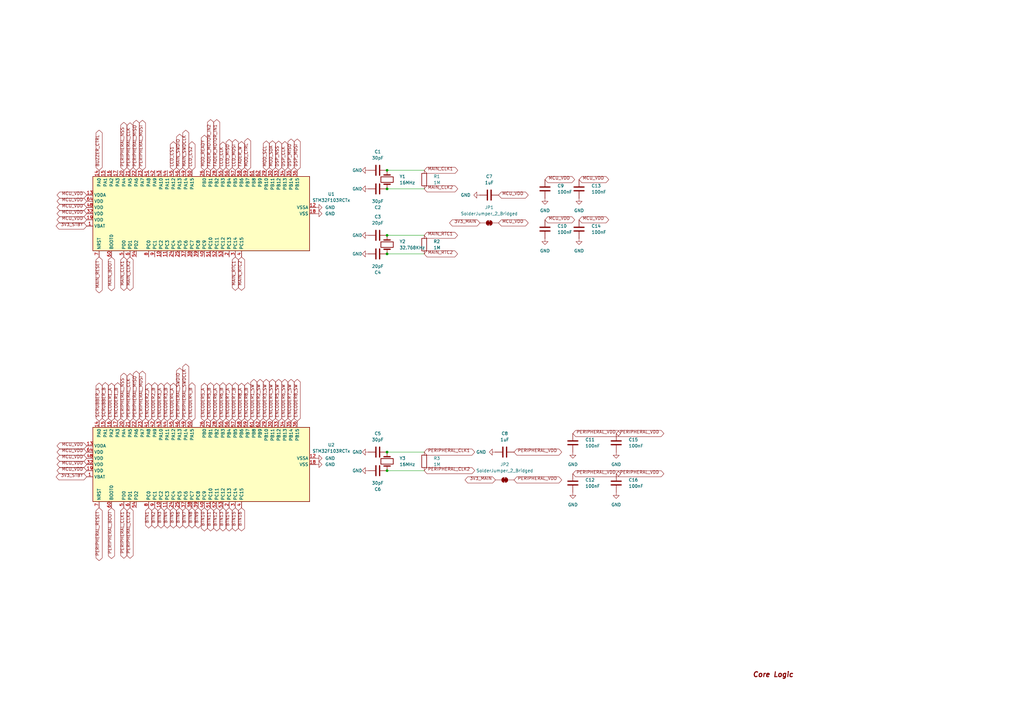
<source format=kicad_sch>
(kicad_sch
	(version 20231120)
	(generator "eeschema")
	(generator_version "8.0")
	(uuid "fefa01b0-465d-4c19-9b44-227968ded3ba")
	(paper "A3")
	(lib_symbols
		(symbol "Device:C"
			(pin_numbers hide)
			(pin_names
				(offset 0.254)
			)
			(exclude_from_sim no)
			(in_bom yes)
			(on_board yes)
			(property "Reference" "C"
				(at 0.635 2.54 0)
				(effects
					(font
						(size 1.27 1.27)
					)
					(justify left)
				)
			)
			(property "Value" "C"
				(at 0.635 -2.54 0)
				(effects
					(font
						(size 1.27 1.27)
					)
					(justify left)
				)
			)
			(property "Footprint" ""
				(at 0.9652 -3.81 0)
				(effects
					(font
						(size 1.27 1.27)
					)
					(hide yes)
				)
			)
			(property "Datasheet" "~"
				(at 0 0 0)
				(effects
					(font
						(size 1.27 1.27)
					)
					(hide yes)
				)
			)
			(property "Description" "Unpolarized capacitor"
				(at 0 0 0)
				(effects
					(font
						(size 1.27 1.27)
					)
					(hide yes)
				)
			)
			(property "ki_keywords" "cap capacitor"
				(at 0 0 0)
				(effects
					(font
						(size 1.27 1.27)
					)
					(hide yes)
				)
			)
			(property "ki_fp_filters" "C_*"
				(at 0 0 0)
				(effects
					(font
						(size 1.27 1.27)
					)
					(hide yes)
				)
			)
			(symbol "C_0_1"
				(polyline
					(pts
						(xy -2.032 -0.762) (xy 2.032 -0.762)
					)
					(stroke
						(width 0.508)
						(type default)
					)
					(fill
						(type none)
					)
				)
				(polyline
					(pts
						(xy -2.032 0.762) (xy 2.032 0.762)
					)
					(stroke
						(width 0.508)
						(type default)
					)
					(fill
						(type none)
					)
				)
			)
			(symbol "C_1_1"
				(pin passive line
					(at 0 3.81 270)
					(length 2.794)
					(name "~"
						(effects
							(font
								(size 1.27 1.27)
							)
						)
					)
					(number "1"
						(effects
							(font
								(size 1.27 1.27)
							)
						)
					)
				)
				(pin passive line
					(at 0 -3.81 90)
					(length 2.794)
					(name "~"
						(effects
							(font
								(size 1.27 1.27)
							)
						)
					)
					(number "2"
						(effects
							(font
								(size 1.27 1.27)
							)
						)
					)
				)
			)
		)
		(symbol "Device:Crystal"
			(pin_numbers hide)
			(pin_names
				(offset 1.016) hide)
			(exclude_from_sim no)
			(in_bom yes)
			(on_board yes)
			(property "Reference" "Y"
				(at 0 3.81 0)
				(effects
					(font
						(size 1.27 1.27)
					)
				)
			)
			(property "Value" "Crystal"
				(at 0 -3.81 0)
				(effects
					(font
						(size 1.27 1.27)
					)
				)
			)
			(property "Footprint" ""
				(at 0 0 0)
				(effects
					(font
						(size 1.27 1.27)
					)
					(hide yes)
				)
			)
			(property "Datasheet" "~"
				(at 0 0 0)
				(effects
					(font
						(size 1.27 1.27)
					)
					(hide yes)
				)
			)
			(property "Description" "Two pin crystal"
				(at 0 0 0)
				(effects
					(font
						(size 1.27 1.27)
					)
					(hide yes)
				)
			)
			(property "ki_keywords" "quartz ceramic resonator oscillator"
				(at 0 0 0)
				(effects
					(font
						(size 1.27 1.27)
					)
					(hide yes)
				)
			)
			(property "ki_fp_filters" "Crystal*"
				(at 0 0 0)
				(effects
					(font
						(size 1.27 1.27)
					)
					(hide yes)
				)
			)
			(symbol "Crystal_0_1"
				(rectangle
					(start -1.143 2.54)
					(end 1.143 -2.54)
					(stroke
						(width 0.3048)
						(type default)
					)
					(fill
						(type none)
					)
				)
				(polyline
					(pts
						(xy -2.54 0) (xy -1.905 0)
					)
					(stroke
						(width 0)
						(type default)
					)
					(fill
						(type none)
					)
				)
				(polyline
					(pts
						(xy -1.905 -1.27) (xy -1.905 1.27)
					)
					(stroke
						(width 0.508)
						(type default)
					)
					(fill
						(type none)
					)
				)
				(polyline
					(pts
						(xy 1.905 -1.27) (xy 1.905 1.27)
					)
					(stroke
						(width 0.508)
						(type default)
					)
					(fill
						(type none)
					)
				)
				(polyline
					(pts
						(xy 2.54 0) (xy 1.905 0)
					)
					(stroke
						(width 0)
						(type default)
					)
					(fill
						(type none)
					)
				)
			)
			(symbol "Crystal_1_1"
				(pin passive line
					(at -3.81 0 0)
					(length 1.27)
					(name "1"
						(effects
							(font
								(size 1.27 1.27)
							)
						)
					)
					(number "1"
						(effects
							(font
								(size 1.27 1.27)
							)
						)
					)
				)
				(pin passive line
					(at 3.81 0 180)
					(length 1.27)
					(name "2"
						(effects
							(font
								(size 1.27 1.27)
							)
						)
					)
					(number "2"
						(effects
							(font
								(size 1.27 1.27)
							)
						)
					)
				)
			)
		)
		(symbol "Device:R"
			(pin_numbers hide)
			(pin_names
				(offset 0)
			)
			(exclude_from_sim no)
			(in_bom yes)
			(on_board yes)
			(property "Reference" "R"
				(at 2.032 0 90)
				(effects
					(font
						(size 1.27 1.27)
					)
				)
			)
			(property "Value" "R"
				(at 0 0 90)
				(effects
					(font
						(size 1.27 1.27)
					)
				)
			)
			(property "Footprint" ""
				(at -1.778 0 90)
				(effects
					(font
						(size 1.27 1.27)
					)
					(hide yes)
				)
			)
			(property "Datasheet" "~"
				(at 0 0 0)
				(effects
					(font
						(size 1.27 1.27)
					)
					(hide yes)
				)
			)
			(property "Description" "Resistor"
				(at 0 0 0)
				(effects
					(font
						(size 1.27 1.27)
					)
					(hide yes)
				)
			)
			(property "ki_keywords" "R res resistor"
				(at 0 0 0)
				(effects
					(font
						(size 1.27 1.27)
					)
					(hide yes)
				)
			)
			(property "ki_fp_filters" "R_*"
				(at 0 0 0)
				(effects
					(font
						(size 1.27 1.27)
					)
					(hide yes)
				)
			)
			(symbol "R_0_1"
				(rectangle
					(start -1.016 -2.54)
					(end 1.016 2.54)
					(stroke
						(width 0.254)
						(type default)
					)
					(fill
						(type none)
					)
				)
			)
			(symbol "R_1_1"
				(pin passive line
					(at 0 3.81 270)
					(length 1.27)
					(name "~"
						(effects
							(font
								(size 1.27 1.27)
							)
						)
					)
					(number "1"
						(effects
							(font
								(size 1.27 1.27)
							)
						)
					)
				)
				(pin passive line
					(at 0 -3.81 90)
					(length 1.27)
					(name "~"
						(effects
							(font
								(size 1.27 1.27)
							)
						)
					)
					(number "2"
						(effects
							(font
								(size 1.27 1.27)
							)
						)
					)
				)
			)
		)
		(symbol "Jumper:SolderJumper_2_Bridged"
			(pin_numbers hide)
			(pin_names
				(offset 0) hide)
			(exclude_from_sim yes)
			(in_bom no)
			(on_board yes)
			(property "Reference" "JP"
				(at 0 2.032 0)
				(effects
					(font
						(size 1.27 1.27)
					)
				)
			)
			(property "Value" "SolderJumper_2_Bridged"
				(at 0 -2.54 0)
				(effects
					(font
						(size 1.27 1.27)
					)
				)
			)
			(property "Footprint" ""
				(at 0 0 0)
				(effects
					(font
						(size 1.27 1.27)
					)
					(hide yes)
				)
			)
			(property "Datasheet" "~"
				(at 0 0 0)
				(effects
					(font
						(size 1.27 1.27)
					)
					(hide yes)
				)
			)
			(property "Description" "Solder Jumper, 2-pole, closed/bridged"
				(at 0 0 0)
				(effects
					(font
						(size 1.27 1.27)
					)
					(hide yes)
				)
			)
			(property "ki_keywords" "solder jumper SPST"
				(at 0 0 0)
				(effects
					(font
						(size 1.27 1.27)
					)
					(hide yes)
				)
			)
			(property "ki_fp_filters" "SolderJumper*Bridged*"
				(at 0 0 0)
				(effects
					(font
						(size 1.27 1.27)
					)
					(hide yes)
				)
			)
			(symbol "SolderJumper_2_Bridged_0_1"
				(rectangle
					(start -0.508 0.508)
					(end 0.508 -0.508)
					(stroke
						(width 0)
						(type default)
					)
					(fill
						(type outline)
					)
				)
				(arc
					(start -0.254 1.016)
					(mid -1.2656 0)
					(end -0.254 -1.016)
					(stroke
						(width 0)
						(type default)
					)
					(fill
						(type none)
					)
				)
				(arc
					(start -0.254 1.016)
					(mid -1.2656 0)
					(end -0.254 -1.016)
					(stroke
						(width 0)
						(type default)
					)
					(fill
						(type outline)
					)
				)
				(polyline
					(pts
						(xy -0.254 1.016) (xy -0.254 -1.016)
					)
					(stroke
						(width 0)
						(type default)
					)
					(fill
						(type none)
					)
				)
				(polyline
					(pts
						(xy 0.254 1.016) (xy 0.254 -1.016)
					)
					(stroke
						(width 0)
						(type default)
					)
					(fill
						(type none)
					)
				)
				(arc
					(start 0.254 -1.016)
					(mid 1.2656 0)
					(end 0.254 1.016)
					(stroke
						(width 0)
						(type default)
					)
					(fill
						(type none)
					)
				)
				(arc
					(start 0.254 -1.016)
					(mid 1.2656 0)
					(end 0.254 1.016)
					(stroke
						(width 0)
						(type default)
					)
					(fill
						(type outline)
					)
				)
			)
			(symbol "SolderJumper_2_Bridged_1_1"
				(pin passive line
					(at -3.81 0 0)
					(length 2.54)
					(name "A"
						(effects
							(font
								(size 1.27 1.27)
							)
						)
					)
					(number "1"
						(effects
							(font
								(size 1.27 1.27)
							)
						)
					)
				)
				(pin passive line
					(at 3.81 0 180)
					(length 2.54)
					(name "B"
						(effects
							(font
								(size 1.27 1.27)
							)
						)
					)
					(number "2"
						(effects
							(font
								(size 1.27 1.27)
							)
						)
					)
				)
			)
		)
		(symbol "MCU_ST_STM32F1:STM32F103RCTx"
			(exclude_from_sim no)
			(in_bom yes)
			(on_board yes)
			(property "Reference" "U"
				(at -15.24 46.99 0)
				(effects
					(font
						(size 1.27 1.27)
					)
					(justify left)
				)
			)
			(property "Value" "STM32F103RCTx"
				(at 10.16 46.99 0)
				(effects
					(font
						(size 1.27 1.27)
					)
					(justify left)
				)
			)
			(property "Footprint" "Package_QFP:LQFP-64_10x10mm_P0.5mm"
				(at -15.24 -43.18 0)
				(effects
					(font
						(size 1.27 1.27)
					)
					(justify right)
					(hide yes)
				)
			)
			(property "Datasheet" "https://www.st.com/resource/en/datasheet/stm32f103rc.pdf"
				(at 0 0 0)
				(effects
					(font
						(size 1.27 1.27)
					)
					(hide yes)
				)
			)
			(property "Description" "STMicroelectronics Arm Cortex-M3 MCU, 256KB flash, 48KB RAM, 72 MHz, 2.0-3.6V, 51 GPIO, LQFP64"
				(at 0 0 0)
				(effects
					(font
						(size 1.27 1.27)
					)
					(hide yes)
				)
			)
			(property "ki_locked" ""
				(at 0 0 0)
				(effects
					(font
						(size 1.27 1.27)
					)
				)
			)
			(property "ki_keywords" "Arm Cortex-M3 STM32F1 STM32F103"
				(at 0 0 0)
				(effects
					(font
						(size 1.27 1.27)
					)
					(hide yes)
				)
			)
			(property "ki_fp_filters" "LQFP*10x10mm*P0.5mm*"
				(at 0 0 0)
				(effects
					(font
						(size 1.27 1.27)
					)
					(hide yes)
				)
			)
			(symbol "STM32F103RCTx_0_1"
				(rectangle
					(start -15.24 -43.18)
					(end 15.24 45.72)
					(stroke
						(width 0.254)
						(type default)
					)
					(fill
						(type background)
					)
				)
			)
			(symbol "STM32F103RCTx_1_1"
				(pin power_in line
					(at -5.08 48.26 270)
					(length 2.54)
					(name "VBAT"
						(effects
							(font
								(size 1.27 1.27)
							)
						)
					)
					(number "1"
						(effects
							(font
								(size 1.27 1.27)
							)
						)
					)
				)
				(pin bidirectional line
					(at -17.78 17.78 0)
					(length 2.54)
					(name "PC2"
						(effects
							(font
								(size 1.27 1.27)
							)
						)
					)
					(number "10"
						(effects
							(font
								(size 1.27 1.27)
							)
						)
					)
					(alternate "ADC1_IN12" bidirectional line)
					(alternate "ADC2_IN12" bidirectional line)
					(alternate "ADC3_IN12" bidirectional line)
				)
				(pin bidirectional line
					(at -17.78 15.24 0)
					(length 2.54)
					(name "PC3"
						(effects
							(font
								(size 1.27 1.27)
							)
						)
					)
					(number "11"
						(effects
							(font
								(size 1.27 1.27)
							)
						)
					)
					(alternate "ADC1_IN13" bidirectional line)
					(alternate "ADC2_IN13" bidirectional line)
					(alternate "ADC3_IN13" bidirectional line)
				)
				(pin power_in line
					(at 2.54 -45.72 90)
					(length 2.54)
					(name "VSSA"
						(effects
							(font
								(size 1.27 1.27)
							)
						)
					)
					(number "12"
						(effects
							(font
								(size 1.27 1.27)
							)
						)
					)
				)
				(pin power_in line
					(at 7.62 48.26 270)
					(length 2.54)
					(name "VDDA"
						(effects
							(font
								(size 1.27 1.27)
							)
						)
					)
					(number "13"
						(effects
							(font
								(size 1.27 1.27)
							)
						)
					)
				)
				(pin bidirectional line
					(at 17.78 43.18 180)
					(length 2.54)
					(name "PA0"
						(effects
							(font
								(size 1.27 1.27)
							)
						)
					)
					(number "14"
						(effects
							(font
								(size 1.27 1.27)
							)
						)
					)
					(alternate "ADC1_IN0" bidirectional line)
					(alternate "ADC2_IN0" bidirectional line)
					(alternate "ADC3_IN0" bidirectional line)
					(alternate "SYS_WKUP" bidirectional line)
					(alternate "TIM2_CH1" bidirectional line)
					(alternate "TIM2_ETR" bidirectional line)
					(alternate "TIM5_CH1" bidirectional line)
					(alternate "TIM8_ETR" bidirectional line)
					(alternate "USART2_CTS" bidirectional line)
				)
				(pin bidirectional line
					(at 17.78 40.64 180)
					(length 2.54)
					(name "PA1"
						(effects
							(font
								(size 1.27 1.27)
							)
						)
					)
					(number "15"
						(effects
							(font
								(size 1.27 1.27)
							)
						)
					)
					(alternate "ADC1_IN1" bidirectional line)
					(alternate "ADC2_IN1" bidirectional line)
					(alternate "ADC3_IN1" bidirectional line)
					(alternate "TIM2_CH2" bidirectional line)
					(alternate "TIM5_CH2" bidirectional line)
					(alternate "USART2_RTS" bidirectional line)
				)
				(pin bidirectional line
					(at 17.78 38.1 180)
					(length 2.54)
					(name "PA2"
						(effects
							(font
								(size 1.27 1.27)
							)
						)
					)
					(number "16"
						(effects
							(font
								(size 1.27 1.27)
							)
						)
					)
					(alternate "ADC1_IN2" bidirectional line)
					(alternate "ADC2_IN2" bidirectional line)
					(alternate "ADC3_IN2" bidirectional line)
					(alternate "TIM2_CH3" bidirectional line)
					(alternate "TIM5_CH3" bidirectional line)
					(alternate "USART2_TX" bidirectional line)
				)
				(pin bidirectional line
					(at 17.78 35.56 180)
					(length 2.54)
					(name "PA3"
						(effects
							(font
								(size 1.27 1.27)
							)
						)
					)
					(number "17"
						(effects
							(font
								(size 1.27 1.27)
							)
						)
					)
					(alternate "ADC1_IN3" bidirectional line)
					(alternate "ADC2_IN3" bidirectional line)
					(alternate "ADC3_IN3" bidirectional line)
					(alternate "TIM2_CH4" bidirectional line)
					(alternate "TIM5_CH4" bidirectional line)
					(alternate "USART2_RX" bidirectional line)
				)
				(pin power_in line
					(at 0 -45.72 90)
					(length 2.54)
					(name "VSS"
						(effects
							(font
								(size 1.27 1.27)
							)
						)
					)
					(number "18"
						(effects
							(font
								(size 1.27 1.27)
							)
						)
					)
				)
				(pin power_in line
					(at -2.54 48.26 270)
					(length 2.54)
					(name "VDD"
						(effects
							(font
								(size 1.27 1.27)
							)
						)
					)
					(number "19"
						(effects
							(font
								(size 1.27 1.27)
							)
						)
					)
				)
				(pin bidirectional line
					(at -17.78 -10.16 0)
					(length 2.54)
					(name "PC13"
						(effects
							(font
								(size 1.27 1.27)
							)
						)
					)
					(number "2"
						(effects
							(font
								(size 1.27 1.27)
							)
						)
					)
					(alternate "RTC_OUT" bidirectional line)
					(alternate "RTC_TAMPER" bidirectional line)
				)
				(pin bidirectional line
					(at 17.78 33.02 180)
					(length 2.54)
					(name "PA4"
						(effects
							(font
								(size 1.27 1.27)
							)
						)
					)
					(number "20"
						(effects
							(font
								(size 1.27 1.27)
							)
						)
					)
					(alternate "ADC1_IN4" bidirectional line)
					(alternate "ADC2_IN4" bidirectional line)
					(alternate "DAC_OUT1" bidirectional line)
					(alternate "SPI1_NSS" bidirectional line)
					(alternate "USART2_CK" bidirectional line)
				)
				(pin bidirectional line
					(at 17.78 30.48 180)
					(length 2.54)
					(name "PA5"
						(effects
							(font
								(size 1.27 1.27)
							)
						)
					)
					(number "21"
						(effects
							(font
								(size 1.27 1.27)
							)
						)
					)
					(alternate "ADC1_IN5" bidirectional line)
					(alternate "ADC2_IN5" bidirectional line)
					(alternate "DAC_OUT2" bidirectional line)
					(alternate "SPI1_SCK" bidirectional line)
				)
				(pin bidirectional line
					(at 17.78 27.94 180)
					(length 2.54)
					(name "PA6"
						(effects
							(font
								(size 1.27 1.27)
							)
						)
					)
					(number "22"
						(effects
							(font
								(size 1.27 1.27)
							)
						)
					)
					(alternate "ADC1_IN6" bidirectional line)
					(alternate "ADC2_IN6" bidirectional line)
					(alternate "SPI1_MISO" bidirectional line)
					(alternate "TIM1_BKIN" bidirectional line)
					(alternate "TIM3_CH1" bidirectional line)
					(alternate "TIM8_BKIN" bidirectional line)
				)
				(pin bidirectional line
					(at 17.78 25.4 180)
					(length 2.54)
					(name "PA7"
						(effects
							(font
								(size 1.27 1.27)
							)
						)
					)
					(number "23"
						(effects
							(font
								(size 1.27 1.27)
							)
						)
					)
					(alternate "ADC1_IN7" bidirectional line)
					(alternate "ADC2_IN7" bidirectional line)
					(alternate "SPI1_MOSI" bidirectional line)
					(alternate "TIM1_CH1N" bidirectional line)
					(alternate "TIM3_CH2" bidirectional line)
					(alternate "TIM8_CH1N" bidirectional line)
				)
				(pin bidirectional line
					(at -17.78 12.7 0)
					(length 2.54)
					(name "PC4"
						(effects
							(font
								(size 1.27 1.27)
							)
						)
					)
					(number "24"
						(effects
							(font
								(size 1.27 1.27)
							)
						)
					)
					(alternate "ADC1_IN14" bidirectional line)
					(alternate "ADC2_IN14" bidirectional line)
				)
				(pin bidirectional line
					(at -17.78 10.16 0)
					(length 2.54)
					(name "PC5"
						(effects
							(font
								(size 1.27 1.27)
							)
						)
					)
					(number "25"
						(effects
							(font
								(size 1.27 1.27)
							)
						)
					)
					(alternate "ADC1_IN15" bidirectional line)
					(alternate "ADC2_IN15" bidirectional line)
				)
				(pin bidirectional line
					(at 17.78 0 180)
					(length 2.54)
					(name "PB0"
						(effects
							(font
								(size 1.27 1.27)
							)
						)
					)
					(number "26"
						(effects
							(font
								(size 1.27 1.27)
							)
						)
					)
					(alternate "ADC1_IN8" bidirectional line)
					(alternate "ADC2_IN8" bidirectional line)
					(alternate "TIM1_CH2N" bidirectional line)
					(alternate "TIM3_CH3" bidirectional line)
					(alternate "TIM8_CH2N" bidirectional line)
				)
				(pin bidirectional line
					(at 17.78 -2.54 180)
					(length 2.54)
					(name "PB1"
						(effects
							(font
								(size 1.27 1.27)
							)
						)
					)
					(number "27"
						(effects
							(font
								(size 1.27 1.27)
							)
						)
					)
					(alternate "ADC1_IN9" bidirectional line)
					(alternate "ADC2_IN9" bidirectional line)
					(alternate "TIM1_CH3N" bidirectional line)
					(alternate "TIM3_CH4" bidirectional line)
					(alternate "TIM8_CH3N" bidirectional line)
				)
				(pin bidirectional line
					(at 17.78 -5.08 180)
					(length 2.54)
					(name "PB2"
						(effects
							(font
								(size 1.27 1.27)
							)
						)
					)
					(number "28"
						(effects
							(font
								(size 1.27 1.27)
							)
						)
					)
				)
				(pin bidirectional line
					(at 17.78 -25.4 180)
					(length 2.54)
					(name "PB10"
						(effects
							(font
								(size 1.27 1.27)
							)
						)
					)
					(number "29"
						(effects
							(font
								(size 1.27 1.27)
							)
						)
					)
					(alternate "I2C2_SCL" bidirectional line)
					(alternate "TIM2_CH3" bidirectional line)
					(alternate "USART3_TX" bidirectional line)
				)
				(pin bidirectional line
					(at -17.78 -12.7 0)
					(length 2.54)
					(name "PC14"
						(effects
							(font
								(size 1.27 1.27)
							)
						)
					)
					(number "3"
						(effects
							(font
								(size 1.27 1.27)
							)
						)
					)
					(alternate "RCC_OSC32_IN" bidirectional line)
				)
				(pin bidirectional line
					(at 17.78 -27.94 180)
					(length 2.54)
					(name "PB11"
						(effects
							(font
								(size 1.27 1.27)
							)
						)
					)
					(number "30"
						(effects
							(font
								(size 1.27 1.27)
							)
						)
					)
					(alternate "ADC1_EXTI11" bidirectional line)
					(alternate "ADC2_EXTI11" bidirectional line)
					(alternate "I2C2_SDA" bidirectional line)
					(alternate "TIM2_CH4" bidirectional line)
					(alternate "USART3_RX" bidirectional line)
				)
				(pin passive line
					(at 0 -45.72 90)
					(length 2.54) hide
					(name "VSS"
						(effects
							(font
								(size 1.27 1.27)
							)
						)
					)
					(number "31"
						(effects
							(font
								(size 1.27 1.27)
							)
						)
					)
				)
				(pin power_in line
					(at 0 48.26 270)
					(length 2.54)
					(name "VDD"
						(effects
							(font
								(size 1.27 1.27)
							)
						)
					)
					(number "32"
						(effects
							(font
								(size 1.27 1.27)
							)
						)
					)
				)
				(pin bidirectional line
					(at 17.78 -30.48 180)
					(length 2.54)
					(name "PB12"
						(effects
							(font
								(size 1.27 1.27)
							)
						)
					)
					(number "33"
						(effects
							(font
								(size 1.27 1.27)
							)
						)
					)
					(alternate "I2C2_SMBA" bidirectional line)
					(alternate "I2S2_WS" bidirectional line)
					(alternate "SPI2_NSS" bidirectional line)
					(alternate "TIM1_BKIN" bidirectional line)
					(alternate "USART3_CK" bidirectional line)
				)
				(pin bidirectional line
					(at 17.78 -33.02 180)
					(length 2.54)
					(name "PB13"
						(effects
							(font
								(size 1.27 1.27)
							)
						)
					)
					(number "34"
						(effects
							(font
								(size 1.27 1.27)
							)
						)
					)
					(alternate "I2S2_CK" bidirectional line)
					(alternate "SPI2_SCK" bidirectional line)
					(alternate "TIM1_CH1N" bidirectional line)
					(alternate "USART3_CTS" bidirectional line)
				)
				(pin bidirectional line
					(at 17.78 -35.56 180)
					(length 2.54)
					(name "PB14"
						(effects
							(font
								(size 1.27 1.27)
							)
						)
					)
					(number "35"
						(effects
							(font
								(size 1.27 1.27)
							)
						)
					)
					(alternate "SPI2_MISO" bidirectional line)
					(alternate "TIM1_CH2N" bidirectional line)
					(alternate "USART3_RTS" bidirectional line)
				)
				(pin bidirectional line
					(at 17.78 -38.1 180)
					(length 2.54)
					(name "PB15"
						(effects
							(font
								(size 1.27 1.27)
							)
						)
					)
					(number "36"
						(effects
							(font
								(size 1.27 1.27)
							)
						)
					)
					(alternate "ADC1_EXTI15" bidirectional line)
					(alternate "ADC2_EXTI15" bidirectional line)
					(alternate "I2S2_SD" bidirectional line)
					(alternate "SPI2_MOSI" bidirectional line)
					(alternate "TIM1_CH3N" bidirectional line)
				)
				(pin bidirectional line
					(at -17.78 7.62 0)
					(length 2.54)
					(name "PC6"
						(effects
							(font
								(size 1.27 1.27)
							)
						)
					)
					(number "37"
						(effects
							(font
								(size 1.27 1.27)
							)
						)
					)
					(alternate "I2S2_MCK" bidirectional line)
					(alternate "SDIO_D6" bidirectional line)
					(alternate "TIM3_CH1" bidirectional line)
					(alternate "TIM8_CH1" bidirectional line)
				)
				(pin bidirectional line
					(at -17.78 5.08 0)
					(length 2.54)
					(name "PC7"
						(effects
							(font
								(size 1.27 1.27)
							)
						)
					)
					(number "38"
						(effects
							(font
								(size 1.27 1.27)
							)
						)
					)
					(alternate "I2S3_MCK" bidirectional line)
					(alternate "SDIO_D7" bidirectional line)
					(alternate "TIM3_CH2" bidirectional line)
					(alternate "TIM8_CH2" bidirectional line)
				)
				(pin bidirectional line
					(at -17.78 2.54 0)
					(length 2.54)
					(name "PC8"
						(effects
							(font
								(size 1.27 1.27)
							)
						)
					)
					(number "39"
						(effects
							(font
								(size 1.27 1.27)
							)
						)
					)
					(alternate "SDIO_D0" bidirectional line)
					(alternate "TIM3_CH3" bidirectional line)
					(alternate "TIM8_CH3" bidirectional line)
				)
				(pin bidirectional line
					(at -17.78 -15.24 0)
					(length 2.54)
					(name "PC15"
						(effects
							(font
								(size 1.27 1.27)
							)
						)
					)
					(number "4"
						(effects
							(font
								(size 1.27 1.27)
							)
						)
					)
					(alternate "ADC1_EXTI15" bidirectional line)
					(alternate "ADC2_EXTI15" bidirectional line)
					(alternate "RCC_OSC32_OUT" bidirectional line)
				)
				(pin bidirectional line
					(at -17.78 0 0)
					(length 2.54)
					(name "PC9"
						(effects
							(font
								(size 1.27 1.27)
							)
						)
					)
					(number "40"
						(effects
							(font
								(size 1.27 1.27)
							)
						)
					)
					(alternate "DAC_EXTI9" bidirectional line)
					(alternate "SDIO_D1" bidirectional line)
					(alternate "TIM3_CH4" bidirectional line)
					(alternate "TIM8_CH4" bidirectional line)
				)
				(pin bidirectional line
					(at 17.78 22.86 180)
					(length 2.54)
					(name "PA8"
						(effects
							(font
								(size 1.27 1.27)
							)
						)
					)
					(number "41"
						(effects
							(font
								(size 1.27 1.27)
							)
						)
					)
					(alternate "RCC_MCO" bidirectional line)
					(alternate "TIM1_CH1" bidirectional line)
					(alternate "USART1_CK" bidirectional line)
				)
				(pin bidirectional line
					(at 17.78 20.32 180)
					(length 2.54)
					(name "PA9"
						(effects
							(font
								(size 1.27 1.27)
							)
						)
					)
					(number "42"
						(effects
							(font
								(size 1.27 1.27)
							)
						)
					)
					(alternate "DAC_EXTI9" bidirectional line)
					(alternate "TIM1_CH2" bidirectional line)
					(alternate "USART1_TX" bidirectional line)
				)
				(pin bidirectional line
					(at 17.78 17.78 180)
					(length 2.54)
					(name "PA10"
						(effects
							(font
								(size 1.27 1.27)
							)
						)
					)
					(number "43"
						(effects
							(font
								(size 1.27 1.27)
							)
						)
					)
					(alternate "TIM1_CH3" bidirectional line)
					(alternate "USART1_RX" bidirectional line)
				)
				(pin bidirectional line
					(at 17.78 15.24 180)
					(length 2.54)
					(name "PA11"
						(effects
							(font
								(size 1.27 1.27)
							)
						)
					)
					(number "44"
						(effects
							(font
								(size 1.27 1.27)
							)
						)
					)
					(alternate "ADC1_EXTI11" bidirectional line)
					(alternate "ADC2_EXTI11" bidirectional line)
					(alternate "CAN_RX" bidirectional line)
					(alternate "TIM1_CH4" bidirectional line)
					(alternate "USART1_CTS" bidirectional line)
					(alternate "USB_DM" bidirectional line)
				)
				(pin bidirectional line
					(at 17.78 12.7 180)
					(length 2.54)
					(name "PA12"
						(effects
							(font
								(size 1.27 1.27)
							)
						)
					)
					(number "45"
						(effects
							(font
								(size 1.27 1.27)
							)
						)
					)
					(alternate "CAN_TX" bidirectional line)
					(alternate "TIM1_ETR" bidirectional line)
					(alternate "USART1_RTS" bidirectional line)
					(alternate "USB_DP" bidirectional line)
				)
				(pin bidirectional line
					(at 17.78 10.16 180)
					(length 2.54)
					(name "PA13"
						(effects
							(font
								(size 1.27 1.27)
							)
						)
					)
					(number "46"
						(effects
							(font
								(size 1.27 1.27)
							)
						)
					)
					(alternate "SYS_JTMS-SWDIO" bidirectional line)
				)
				(pin passive line
					(at 0 -45.72 90)
					(length 2.54) hide
					(name "VSS"
						(effects
							(font
								(size 1.27 1.27)
							)
						)
					)
					(number "47"
						(effects
							(font
								(size 1.27 1.27)
							)
						)
					)
				)
				(pin power_in line
					(at 2.54 48.26 270)
					(length 2.54)
					(name "VDD"
						(effects
							(font
								(size 1.27 1.27)
							)
						)
					)
					(number "48"
						(effects
							(font
								(size 1.27 1.27)
							)
						)
					)
				)
				(pin bidirectional line
					(at 17.78 7.62 180)
					(length 2.54)
					(name "PA14"
						(effects
							(font
								(size 1.27 1.27)
							)
						)
					)
					(number "49"
						(effects
							(font
								(size 1.27 1.27)
							)
						)
					)
					(alternate "SYS_JTCK-SWCLK" bidirectional line)
				)
				(pin bidirectional line
					(at -17.78 33.02 0)
					(length 2.54)
					(name "PD0"
						(effects
							(font
								(size 1.27 1.27)
							)
						)
					)
					(number "5"
						(effects
							(font
								(size 1.27 1.27)
							)
						)
					)
					(alternate "RCC_OSC_IN" bidirectional line)
				)
				(pin bidirectional line
					(at 17.78 5.08 180)
					(length 2.54)
					(name "PA15"
						(effects
							(font
								(size 1.27 1.27)
							)
						)
					)
					(number "50"
						(effects
							(font
								(size 1.27 1.27)
							)
						)
					)
					(alternate "ADC1_EXTI15" bidirectional line)
					(alternate "ADC2_EXTI15" bidirectional line)
					(alternate "I2S3_WS" bidirectional line)
					(alternate "SPI1_NSS" bidirectional line)
					(alternate "SPI3_NSS" bidirectional line)
					(alternate "SYS_JTDI" bidirectional line)
					(alternate "TIM2_CH1" bidirectional line)
					(alternate "TIM2_ETR" bidirectional line)
				)
				(pin bidirectional line
					(at -17.78 -2.54 0)
					(length 2.54)
					(name "PC10"
						(effects
							(font
								(size 1.27 1.27)
							)
						)
					)
					(number "51"
						(effects
							(font
								(size 1.27 1.27)
							)
						)
					)
					(alternate "SDIO_D2" bidirectional line)
					(alternate "UART4_TX" bidirectional line)
					(alternate "USART3_TX" bidirectional line)
				)
				(pin bidirectional line
					(at -17.78 -5.08 0)
					(length 2.54)
					(name "PC11"
						(effects
							(font
								(size 1.27 1.27)
							)
						)
					)
					(number "52"
						(effects
							(font
								(size 1.27 1.27)
							)
						)
					)
					(alternate "ADC1_EXTI11" bidirectional line)
					(alternate "ADC2_EXTI11" bidirectional line)
					(alternate "SDIO_D3" bidirectional line)
					(alternate "UART4_RX" bidirectional line)
					(alternate "USART3_RX" bidirectional line)
				)
				(pin bidirectional line
					(at -17.78 -7.62 0)
					(length 2.54)
					(name "PC12"
						(effects
							(font
								(size 1.27 1.27)
							)
						)
					)
					(number "53"
						(effects
							(font
								(size 1.27 1.27)
							)
						)
					)
					(alternate "SDIO_CK" bidirectional line)
					(alternate "UART5_TX" bidirectional line)
					(alternate "USART3_CK" bidirectional line)
				)
				(pin bidirectional line
					(at -17.78 27.94 0)
					(length 2.54)
					(name "PD2"
						(effects
							(font
								(size 1.27 1.27)
							)
						)
					)
					(number "54"
						(effects
							(font
								(size 1.27 1.27)
							)
						)
					)
					(alternate "SDIO_CMD" bidirectional line)
					(alternate "TIM3_ETR" bidirectional line)
					(alternate "UART5_RX" bidirectional line)
				)
				(pin bidirectional line
					(at 17.78 -7.62 180)
					(length 2.54)
					(name "PB3"
						(effects
							(font
								(size 1.27 1.27)
							)
						)
					)
					(number "55"
						(effects
							(font
								(size 1.27 1.27)
							)
						)
					)
					(alternate "I2S3_CK" bidirectional line)
					(alternate "SPI1_SCK" bidirectional line)
					(alternate "SPI3_SCK" bidirectional line)
					(alternate "SYS_JTDO-TRACESWO" bidirectional line)
					(alternate "TIM2_CH2" bidirectional line)
				)
				(pin bidirectional line
					(at 17.78 -10.16 180)
					(length 2.54)
					(name "PB4"
						(effects
							(font
								(size 1.27 1.27)
							)
						)
					)
					(number "56"
						(effects
							(font
								(size 1.27 1.27)
							)
						)
					)
					(alternate "SPI1_MISO" bidirectional line)
					(alternate "SPI3_MISO" bidirectional line)
					(alternate "SYS_NJTRST" bidirectional line)
					(alternate "TIM3_CH1" bidirectional line)
				)
				(pin bidirectional line
					(at 17.78 -12.7 180)
					(length 2.54)
					(name "PB5"
						(effects
							(font
								(size 1.27 1.27)
							)
						)
					)
					(number "57"
						(effects
							(font
								(size 1.27 1.27)
							)
						)
					)
					(alternate "I2C1_SMBA" bidirectional line)
					(alternate "I2S3_SD" bidirectional line)
					(alternate "SPI1_MOSI" bidirectional line)
					(alternate "SPI3_MOSI" bidirectional line)
					(alternate "TIM3_CH2" bidirectional line)
				)
				(pin bidirectional line
					(at 17.78 -15.24 180)
					(length 2.54)
					(name "PB6"
						(effects
							(font
								(size 1.27 1.27)
							)
						)
					)
					(number "58"
						(effects
							(font
								(size 1.27 1.27)
							)
						)
					)
					(alternate "I2C1_SCL" bidirectional line)
					(alternate "TIM4_CH1" bidirectional line)
					(alternate "USART1_TX" bidirectional line)
				)
				(pin bidirectional line
					(at 17.78 -17.78 180)
					(length 2.54)
					(name "PB7"
						(effects
							(font
								(size 1.27 1.27)
							)
						)
					)
					(number "59"
						(effects
							(font
								(size 1.27 1.27)
							)
						)
					)
					(alternate "I2C1_SDA" bidirectional line)
					(alternate "TIM4_CH2" bidirectional line)
					(alternate "USART1_RX" bidirectional line)
				)
				(pin bidirectional line
					(at -17.78 30.48 0)
					(length 2.54)
					(name "PD1"
						(effects
							(font
								(size 1.27 1.27)
							)
						)
					)
					(number "6"
						(effects
							(font
								(size 1.27 1.27)
							)
						)
					)
					(alternate "RCC_OSC_OUT" bidirectional line)
				)
				(pin input line
					(at -17.78 38.1 0)
					(length 2.54)
					(name "BOOT0"
						(effects
							(font
								(size 1.27 1.27)
							)
						)
					)
					(number "60"
						(effects
							(font
								(size 1.27 1.27)
							)
						)
					)
				)
				(pin bidirectional line
					(at 17.78 -20.32 180)
					(length 2.54)
					(name "PB8"
						(effects
							(font
								(size 1.27 1.27)
							)
						)
					)
					(number "61"
						(effects
							(font
								(size 1.27 1.27)
							)
						)
					)
					(alternate "CAN_RX" bidirectional line)
					(alternate "I2C1_SCL" bidirectional line)
					(alternate "SDIO_D4" bidirectional line)
					(alternate "TIM4_CH3" bidirectional line)
				)
				(pin bidirectional line
					(at 17.78 -22.86 180)
					(length 2.54)
					(name "PB9"
						(effects
							(font
								(size 1.27 1.27)
							)
						)
					)
					(number "62"
						(effects
							(font
								(size 1.27 1.27)
							)
						)
					)
					(alternate "CAN_TX" bidirectional line)
					(alternate "DAC_EXTI9" bidirectional line)
					(alternate "I2C1_SDA" bidirectional line)
					(alternate "SDIO_D5" bidirectional line)
					(alternate "TIM4_CH4" bidirectional line)
				)
				(pin passive line
					(at 0 -45.72 90)
					(length 2.54) hide
					(name "VSS"
						(effects
							(font
								(size 1.27 1.27)
							)
						)
					)
					(number "63"
						(effects
							(font
								(size 1.27 1.27)
							)
						)
					)
				)
				(pin power_in line
					(at 5.08 48.26 270)
					(length 2.54)
					(name "VDD"
						(effects
							(font
								(size 1.27 1.27)
							)
						)
					)
					(number "64"
						(effects
							(font
								(size 1.27 1.27)
							)
						)
					)
				)
				(pin input line
					(at -17.78 43.18 0)
					(length 2.54)
					(name "NRST"
						(effects
							(font
								(size 1.27 1.27)
							)
						)
					)
					(number "7"
						(effects
							(font
								(size 1.27 1.27)
							)
						)
					)
				)
				(pin bidirectional line
					(at -17.78 22.86 0)
					(length 2.54)
					(name "PC0"
						(effects
							(font
								(size 1.27 1.27)
							)
						)
					)
					(number "8"
						(effects
							(font
								(size 1.27 1.27)
							)
						)
					)
					(alternate "ADC1_IN10" bidirectional line)
					(alternate "ADC2_IN10" bidirectional line)
					(alternate "ADC3_IN10" bidirectional line)
				)
				(pin bidirectional line
					(at -17.78 20.32 0)
					(length 2.54)
					(name "PC1"
						(effects
							(font
								(size 1.27 1.27)
							)
						)
					)
					(number "9"
						(effects
							(font
								(size 1.27 1.27)
							)
						)
					)
					(alternate "ADC1_IN11" bidirectional line)
					(alternate "ADC2_IN11" bidirectional line)
					(alternate "ADC3_IN11" bidirectional line)
				)
			)
		)
		(symbol "power:GND"
			(power)
			(pin_numbers hide)
			(pin_names
				(offset 0) hide)
			(exclude_from_sim no)
			(in_bom yes)
			(on_board yes)
			(property "Reference" "#PWR"
				(at 0 -6.35 0)
				(effects
					(font
						(size 1.27 1.27)
					)
					(hide yes)
				)
			)
			(property "Value" "GND"
				(at 0 -3.81 0)
				(effects
					(font
						(size 1.27 1.27)
					)
				)
			)
			(property "Footprint" ""
				(at 0 0 0)
				(effects
					(font
						(size 1.27 1.27)
					)
					(hide yes)
				)
			)
			(property "Datasheet" ""
				(at 0 0 0)
				(effects
					(font
						(size 1.27 1.27)
					)
					(hide yes)
				)
			)
			(property "Description" "Power symbol creates a global global_label with name \"GND\" , ground"
				(at 0 0 0)
				(effects
					(font
						(size 1.27 1.27)
					)
					(hide yes)
				)
			)
			(property "ki_keywords" "global power"
				(at 0 0 0)
				(effects
					(font
						(size 1.27 1.27)
					)
					(hide yes)
				)
			)
			(symbol "GND_0_1"
				(polyline
					(pts
						(xy 0 0) (xy 0 -1.27) (xy 1.27 -1.27) (xy 0 -2.54) (xy -1.27 -1.27) (xy 0 -1.27)
					)
					(stroke
						(width 0)
						(type default)
					)
					(fill
						(type none)
					)
				)
			)
			(symbol "GND_1_1"
				(pin power_in line
					(at 0 0 270)
					(length 0)
					(name "~"
						(effects
							(font
								(size 1.27 1.27)
							)
						)
					)
					(number "1"
						(effects
							(font
								(size 1.27 1.27)
							)
						)
					)
				)
			)
		)
	)
	(junction
		(at 158.75 104.14)
		(diameter 0)
		(color 0 0 0 0)
		(uuid "0059006c-4972-4e13-8c7e-1e5df644acd4")
	)
	(junction
		(at 158.75 193.04)
		(diameter 0)
		(color 0 0 0 0)
		(uuid "0bac323d-9594-4897-935e-d97a087c9468")
	)
	(junction
		(at 158.75 185.42)
		(diameter 0)
		(color 0 0 0 0)
		(uuid "30fbb42c-69a6-4958-961f-4dd81b05f951")
	)
	(junction
		(at 158.75 96.52)
		(diameter 0)
		(color 0 0 0 0)
		(uuid "3cfa3f86-66b0-493b-a921-e697f4e1484c")
	)
	(junction
		(at 158.75 69.85)
		(diameter 0)
		(color 0 0 0 0)
		(uuid "7c9db368-5592-4926-88cd-922ae9cc6681")
	)
	(junction
		(at 158.75 77.47)
		(diameter 0)
		(color 0 0 0 0)
		(uuid "b965b107-8d8d-445d-8f85-2ac44d9326ba")
	)
	(wire
		(pts
			(xy 158.75 185.42) (xy 173.99 185.42)
		)
		(stroke
			(width 0)
			(type default)
		)
		(uuid "022a2038-fcdd-4138-be1e-ab968b3b93f2")
	)
	(wire
		(pts
			(xy 158.75 96.52) (xy 173.99 96.52)
		)
		(stroke
			(width 0)
			(type default)
		)
		(uuid "35384b23-9768-44ab-a521-55fc9f214786")
	)
	(wire
		(pts
			(xy 158.75 104.14) (xy 173.99 104.14)
		)
		(stroke
			(width 0)
			(type default)
		)
		(uuid "3639c273-c8e6-4e62-983f-020bfb88de59")
	)
	(wire
		(pts
			(xy 158.75 69.85) (xy 173.99 69.85)
		)
		(stroke
			(width 0)
			(type default)
		)
		(uuid "563ea90f-11be-49b5-a5f0-83be7a4679a5")
	)
	(wire
		(pts
			(xy 158.75 77.47) (xy 173.99 77.47)
		)
		(stroke
			(width 0)
			(type default)
		)
		(uuid "64f7ab07-3d7a-4dd9-bb47-18dfbbde501f")
	)
	(wire
		(pts
			(xy 158.75 193.04) (xy 173.99 193.04)
		)
		(stroke
			(width 0)
			(type default)
		)
		(uuid "aef554f2-697f-44b8-afe5-57b4039fff2f")
	)
	(text "Core Logic"
		(exclude_from_sim no)
		(at 308.61 276.86 0)
		(effects
			(font
				(size 2.032 2.032)
				(thickness 0.4064)
				(bold yes)
				(italic yes)
				(color 132 0 0 1)
			)
			(justify left)
		)
		(uuid "d8f0b810-3732-40a8-a00f-18cfa91c4803")
	)
	(global_label "MOD_CTRL"
		(shape bidirectional)
		(at 101.6 69.85 90)
		(fields_autoplaced yes)
		(effects
			(font
				(size 1.27 1.27)
			)
			(justify left bottom)
		)
		(uuid "01ea158e-ff13-4547-9131-3b88a0b7d0fc")
		(property "Intersheetrefs" "${INTERSHEET_REFS}"
			(at 101.6 69.85 0)
			(effects
				(font
					(size 1.27 1.27)
				)
				(hide yes)
			)
		)
	)
	(global_label "ENCODER4_B"
		(shape bidirectional)
		(at 78.74 172.72 90)
		(fields_autoplaced yes)
		(effects
			(font
				(size 1.27 1.27)
			)
			(justify left bottom)
		)
		(uuid "0271593d-3714-484d-94f1-611607cc147a")
		(property "Intersheetrefs" "${INTERSHEET_REFS}"
			(at 78.74 172.72 0)
			(effects
				(font
					(size 1.27 1.27)
				)
				(hide yes)
			)
		)
	)
	(global_label "ENCODER2_A"
		(shape bidirectional)
		(at 60.96 172.72 90)
		(fields_autoplaced yes)
		(effects
			(font
				(size 1.27 1.27)
			)
			(justify left bottom)
		)
		(uuid "054186c1-0a8e-4588-b379-f0d4e119c12c")
		(property "Intersheetrefs" "${INTERSHEET_REFS}"
			(at 60.96 172.72 0)
			(effects
				(font
					(size 1.27 1.27)
				)
				(hide yes)
			)
		)
	)
	(global_label "BUZZER_CTRL"
		(shape bidirectional)
		(at 40.64 69.85 90)
		(fields_autoplaced yes)
		(effects
			(font
				(size 1.27 1.27)
			)
			(justify left bottom)
		)
		(uuid "07035435-bcc6-405c-b1b3-f86af47dce3b")
		(property "Intersheetrefs" "${INTERSHEET_REFS}"
			(at 40.64 69.85 0)
			(effects
				(font
					(size 1.27 1.27)
				)
				(hide yes)
			)
		)
	)
	(global_label "ENCODER1_B"
		(shape bidirectional)
		(at 48.26 172.72 90)
		(fields_autoplaced yes)
		(effects
			(font
				(size 1.27 1.27)
			)
			(justify left bottom)
		)
		(uuid "07fcaa94-4854-46d3-b343-66beddc15ebb")
		(property "Intersheetrefs" "${INTERSHEET_REFS}"
			(at 48.26 172.72 0)
			(effects
				(font
					(size 1.27 1.27)
				)
				(hide yes)
			)
		)
	)
	(global_label "3V3_MAIN"
		(shape bidirectional)
		(at 196.85 91.44 180)
		(fields_autoplaced yes)
		(effects
			(font
				(size 1.27 1.27)
			)
			(justify right bottom)
		)
		(uuid "0c20f688-2d04-4cad-bbca-9a6a18ddae24")
		(property "Intersheetrefs" "${INTERSHEET_REFS}"
			(at 196.85 91.44 0)
			(effects
				(font
					(size 1.27 1.27)
				)
				(hide yes)
			)
		)
	)
	(global_label "MAIN_RTC2"
		(shape bidirectional)
		(at 173.99 104.14 0)
		(fields_autoplaced yes)
		(effects
			(font
				(size 1.27 1.27)
			)
			(justify left bottom)
		)
		(uuid "0f1b0720-a547-47b0-86a2-8436f4bae05a")
		(property "Intersheetrefs" "${INTERSHEET_REFS}"
			(at 173.99 104.14 0)
			(effects
				(font
					(size 1.27 1.27)
				)
				(hide yes)
			)
		)
	)
	(global_label "ENCODER5_B"
		(shape bidirectional)
		(at 86.36 172.72 90)
		(fields_autoplaced yes)
		(effects
			(font
				(size 1.27 1.27)
			)
			(justify left bottom)
		)
		(uuid "0fc3014f-3abe-4596-ab31-9055bcb29e9d")
		(property "Intersheetrefs" "${INTERSHEET_REFS}"
			(at 86.36 172.72 0)
			(effects
				(font
					(size 1.27 1.27)
				)
				(hide yes)
			)
		)
	)
	(global_label "PERIPHERAL_RESET"
		(shape bidirectional)
		(at 40.64 208.28 270)
		(fields_autoplaced yes)
		(effects
			(font
				(size 1.27 1.27)
			)
			(justify right bottom)
		)
		(uuid "1059f643-340f-497a-916f-21cb4138a03e")
		(property "Intersheetrefs" "${INTERSHEET_REFS}"
			(at 40.64 208.28 0)
			(effects
				(font
					(size 1.27 1.27)
				)
				(hide yes)
			)
		)
	)
	(global_label "MAIN_RTC1"
		(shape bidirectional)
		(at 96.52 105.41 270)
		(fields_autoplaced yes)
		(effects
			(font
				(size 1.27 1.27)
			)
			(justify right bottom)
		)
		(uuid "1077acf2-aec3-462a-986a-791be91ed524")
		(property "Intersheetrefs" "${INTERSHEET_REFS}"
			(at 96.52 105.41 0)
			(effects
				(font
					(size 1.27 1.27)
				)
				(hide yes)
			)
		)
	)
	(global_label "MAIN_CLK1"
		(shape bidirectional)
		(at 50.8 105.41 270)
		(fields_autoplaced yes)
		(effects
			(font
				(size 1.27 1.27)
			)
			(justify right bottom)
		)
		(uuid "115f9036-cd57-47bb-a465-1b4a51b99f7d")
		(property "Intersheetrefs" "${INTERSHEET_REFS}"
			(at 50.8 105.41 0)
			(effects
				(font
					(size 1.27 1.27)
				)
				(hide yes)
			)
		)
	)
	(global_label "PERIPHERAL_BOOT"
		(shape bidirectional)
		(at 45.72 208.28 270)
		(fields_autoplaced yes)
		(effects
			(font
				(size 1.27 1.27)
			)
			(justify right bottom)
		)
		(uuid "15118dd8-33b5-4422-8c8f-e3d4f70d1650")
		(property "Intersheetrefs" "${INTERSHEET_REFS}"
			(at 45.72 208.28 0)
			(effects
				(font
					(size 1.27 1.27)
				)
				(hide yes)
			)
		)
	)
	(global_label "BTN11"
		(shape bidirectional)
		(at 86.36 208.28 270)
		(fields_autoplaced yes)
		(effects
			(font
				(size 1.27 1.27)
			)
			(justify right bottom)
		)
		(uuid "1546b5ce-b646-4455-aa9b-4c5a22045abb")
		(property "Intersheetrefs" "${INTERSHEET_REFS}"
			(at 86.36 208.28 0)
			(effects
				(font
					(size 1.27 1.27)
				)
				(hide yes)
			)
		)
	)
	(global_label "BTN12"
		(shape bidirectional)
		(at 88.9 208.28 270)
		(fields_autoplaced yes)
		(effects
			(font
				(size 1.27 1.27)
			)
			(justify right bottom)
		)
		(uuid "1ac18413-0f5f-4920-bfd3-c077aeb8b6e2")
		(property "Intersheetrefs" "${INTERSHEET_REFS}"
			(at 88.9 208.28 0)
			(effects
				(font
					(size 1.27 1.27)
				)
				(hide yes)
			)
		)
	)
	(global_label "PERIPHERAL_VDD"
		(shape bidirectional)
		(at 252.73 194.31 0)
		(fields_autoplaced yes)
		(effects
			(font
				(size 1.27 1.27)
			)
			(justify left bottom)
		)
		(uuid "1df9ada8-d087-4ab9-a1c1-15658b2357bc")
		(property "Intersheetrefs" "${INTERSHEET_REFS}"
			(at 252.73 194.31 0)
			(effects
				(font
					(size 1.27 1.27)
				)
				(hide yes)
			)
		)
	)
	(global_label "PERIPHERAL_CLK2"
		(shape bidirectional)
		(at 53.34 208.28 270)
		(fields_autoplaced yes)
		(effects
			(font
				(size 1.27 1.27)
			)
			(justify right bottom)
		)
		(uuid "1f9f46f8-08b8-4ffc-b0fa-4f40dc52ff3e")
		(property "Intersheetrefs" "${INTERSHEET_REFS}"
			(at 53.34 208.28 0)
			(effects
				(font
					(size 1.27 1.27)
				)
				(hide yes)
			)
		)
	)
	(global_label "ENCODER3_A"
		(shape bidirectional)
		(at 66.04 172.72 90)
		(fields_autoplaced yes)
		(effects
			(font
				(size 1.27 1.27)
			)
			(justify left bottom)
		)
		(uuid "25f64cce-f00d-42af-b027-06e404827590")
		(property "Intersheetrefs" "${INTERSHEET_REFS}"
			(at 66.04 172.72 0)
			(effects
				(font
					(size 1.27 1.27)
				)
				(hide yes)
			)
		)
	)
	(global_label "MCU_VDD"
		(shape bidirectional)
		(at 35.56 90.17 180)
		(fields_autoplaced yes)
		(effects
			(font
				(size 1.27 1.27)
			)
			(justify right bottom)
		)
		(uuid "2bd93592-d894-431f-b046-7ac24ffdb8a8")
		(property "Intersheetrefs" "${INTERSHEET_REFS}"
			(at 35.56 90.17 0)
			(effects
				(font
					(size 1.27 1.27)
				)
				(hide yes)
			)
		)
	)
	(global_label "ENCODER4_SW"
		(shape bidirectional)
		(at 111.76 172.72 90)
		(fields_autoplaced yes)
		(effects
			(font
				(size 1.27 1.27)
			)
			(justify left bottom)
		)
		(uuid "2ca3ab80-02b9-443d-990a-4dc200fa1bb6")
		(property "Intersheetrefs" "${INTERSHEET_REFS}"
			(at 111.76 172.72 0)
			(effects
				(font
					(size 1.27 1.27)
				)
				(hide yes)
			)
		)
	)
	(global_label "ENCODER2_B"
		(shape bidirectional)
		(at 63.5 172.72 90)
		(fields_autoplaced yes)
		(effects
			(font
				(size 1.27 1.27)
			)
			(justify left bottom)
		)
		(uuid "2ee36a24-3890-4ada-a795-3841fb9d582e")
		(property "Intersheetrefs" "${INTERSHEET_REFS}"
			(at 63.5 172.72 0)
			(effects
				(font
					(size 1.27 1.27)
				)
				(hide yes)
			)
		)
	)
	(global_label "MCU_VDD"
		(shape bidirectional)
		(at 237.49 90.17 0)
		(fields_autoplaced yes)
		(effects
			(font
				(size 1.27 1.27)
			)
			(justify left bottom)
		)
		(uuid "2fc1de32-7244-4b4d-8066-a171fe2ccc6e")
		(property "Intersheetrefs" "${INTERSHEET_REFS}"
			(at 237.49 90.17 0)
			(effects
				(font
					(size 1.27 1.27)
				)
				(hide yes)
			)
		)
	)
	(global_label "PERIPHERAL_SWDCLK"
		(shape bidirectional)
		(at 76.2 172.72 90)
		(fields_autoplaced yes)
		(effects
			(font
				(size 1.27 1.27)
			)
			(justify left bottom)
		)
		(uuid "308a1bbc-0816-4c8d-b68a-aeaff802bd3d")
		(property "Intersheetrefs" "${INTERSHEET_REFS}"
			(at 76.2 172.72 0)
			(effects
				(font
					(size 1.27 1.27)
				)
				(hide yes)
			)
		)
	)
	(global_label "PERIPHERAL_VDD"
		(shape bidirectional)
		(at 252.73 177.8 0)
		(fields_autoplaced yes)
		(effects
			(font
				(size 1.27 1.27)
			)
			(justify left bottom)
		)
		(uuid "33bbaa63-5d89-49cc-b6fd-265e231ecb6c")
		(property "Intersheetrefs" "${INTERSHEET_REFS}"
			(at 252.73 177.8 0)
			(effects
				(font
					(size 1.27 1.27)
				)
				(hide yes)
			)
		)
	)
	(global_label "BTN8"
		(shape bidirectional)
		(at 78.74 208.28 270)
		(fields_autoplaced yes)
		(effects
			(font
				(size 1.27 1.27)
			)
			(justify right bottom)
		)
		(uuid "3431f1ff-49c1-4777-a63d-135d3ba021b5")
		(property "Intersheetrefs" "${INTERSHEET_REFS}"
			(at 78.74 208.28 0)
			(effects
				(font
					(size 1.27 1.27)
				)
				(hide yes)
			)
		)
	)
	(global_label "ENCODER2_SW"
		(shape bidirectional)
		(at 106.68 172.72 90)
		(fields_autoplaced yes)
		(effects
			(font
				(size 1.27 1.27)
			)
			(justify left bottom)
		)
		(uuid "35644f39-6173-4ad5-8149-c0d3d37c46a3")
		(property "Intersheetrefs" "${INTERSHEET_REFS}"
			(at 106.68 172.72 0)
			(effects
				(font
					(size 1.27 1.27)
				)
				(hide yes)
			)
		)
	)
	(global_label "BTN4"
		(shape bidirectional)
		(at 68.58 208.28 270)
		(fields_autoplaced yes)
		(effects
			(font
				(size 1.27 1.27)
			)
			(justify right bottom)
		)
		(uuid "37445586-9c73-4b29-b3f0-95381dfad049")
		(property "Intersheetrefs" "${INTERSHEET_REFS}"
			(at 68.58 208.28 0)
			(effects
				(font
					(size 1.27 1.27)
				)
				(hide yes)
			)
		)
	)
	(global_label "MCU_VDD"
		(shape bidirectional)
		(at 35.56 190.5 180)
		(fields_autoplaced yes)
		(effects
			(font
				(size 1.27 1.27)
			)
			(justify right bottom)
		)
		(uuid "38951eb2-50cf-47dc-b77f-daa8efed7c06")
		(property "Intersheetrefs" "${INTERSHEET_REFS}"
			(at 35.56 190.5 0)
			(effects
				(font
					(size 1.27 1.27)
				)
				(hide yes)
			)
		)
	)
	(global_label "SCRUBBER_A"
		(shape bidirectional)
		(at 40.64 172.72 90)
		(fields_autoplaced yes)
		(effects
			(font
				(size 1.27 1.27)
			)
			(justify left bottom)
		)
		(uuid "3be058da-539c-4309-afec-eb62f94eabe0")
		(property "Intersheetrefs" "${INTERSHEET_REFS}"
			(at 40.64 172.72 0)
			(effects
				(font
					(size 1.27 1.27)
				)
				(hide yes)
			)
		)
	)
	(global_label "LCD_MOSI"
		(shape bidirectional)
		(at 96.52 69.85 90)
		(fields_autoplaced yes)
		(effects
			(font
				(size 1.27 1.27)
			)
			(justify left bottom)
		)
		(uuid "42cfcbce-e62a-4abb-8671-b2713427df5b")
		(property "Intersheetrefs" "${INTERSHEET_REFS}"
			(at 96.52 69.85 0)
			(effects
				(font
					(size 1.27 1.27)
				)
				(hide yes)
			)
		)
	)
	(global_label "ENCODER6_A"
		(shape bidirectional)
		(at 88.9 172.72 90)
		(fields_autoplaced yes)
		(effects
			(font
				(size 1.27 1.27)
			)
			(justify left bottom)
		)
		(uuid "43682a24-4e20-44e9-921b-8796ba2060ad")
		(property "Intersheetrefs" "${INTERSHEET_REFS}"
			(at 88.9 172.72 0)
			(effects
				(font
					(size 1.27 1.27)
				)
				(hide yes)
			)
		)
	)
	(global_label "MOD_READY"
		(shape bidirectional)
		(at 83.82 69.85 90)
		(fields_autoplaced yes)
		(effects
			(font
				(size 1.27 1.27)
			)
			(justify left bottom)
		)
		(uuid "452121a8-920f-4ac5-9fcc-6e75ad8dcfbf")
		(property "Intersheetrefs" "${INTERSHEET_REFS}"
			(at 83.82 69.85 0)
			(effects
				(font
					(size 1.27 1.27)
				)
				(hide yes)
			)
		)
	)
	(global_label "ENCODER1_A"
		(shape bidirectional)
		(at 45.72 172.72 90)
		(fields_autoplaced yes)
		(effects
			(font
				(size 1.27 1.27)
			)
			(justify left bottom)
		)
		(uuid "4ae8ca1b-df54-47bd-bfd0-55900e707339")
		(property "Intersheetrefs" "${INTERSHEET_REFS}"
			(at 45.72 172.72 0)
			(effects
				(font
					(size 1.27 1.27)
				)
				(hide yes)
			)
		)
	)
	(global_label "FADER_MOTOR_IN2"
		(shape bidirectional)
		(at 86.36 69.85 90)
		(fields_autoplaced yes)
		(effects
			(font
				(size 1.27 1.27)
			)
			(justify left bottom)
		)
		(uuid "4c460d92-515e-4d7c-aed5-3678d8a0336a")
		(property "Intersheetrefs" "${INTERSHEET_REFS}"
			(at 86.36 69.85 0)
			(effects
				(font
					(size 1.27 1.27)
				)
				(hide yes)
			)
		)
	)
	(global_label "DSP_CLK"
		(shape bidirectional)
		(at 116.84 69.85 90)
		(fields_autoplaced yes)
		(effects
			(font
				(size 1.27 1.27)
			)
			(justify left bottom)
		)
		(uuid "4e1e026a-d7d6-4fc0-83e6-3d904b0f868b")
		(property "Intersheetrefs" "${INTERSHEET_REFS}"
			(at 116.84 69.85 0)
			(effects
				(font
					(size 1.27 1.27)
				)
				(hide yes)
			)
		)
	)
	(global_label "MAIN_CLK2"
		(shape bidirectional)
		(at 53.34 105.41 270)
		(fields_autoplaced yes)
		(effects
			(font
				(size 1.27 1.27)
			)
			(justify right bottom)
		)
		(uuid "520c446d-4d45-4edb-9be3-223d391ff964")
		(property "Intersheetrefs" "${INTERSHEET_REFS}"
			(at 53.34 105.41 0)
			(effects
				(font
					(size 1.27 1.27)
				)
				(hide yes)
			)
		)
	)
	(global_label "LCD_MISO"
		(shape bidirectional)
		(at 93.98 69.85 90)
		(fields_autoplaced yes)
		(effects
			(font
				(size 1.27 1.27)
			)
			(justify left bottom)
		)
		(uuid "540e6127-ffe6-4820-8c3e-cc32f891ca93")
		(property "Intersheetrefs" "${INTERSHEET_REFS}"
			(at 93.98 69.85 0)
			(effects
				(font
					(size 1.27 1.27)
				)
				(hide yes)
			)
		)
	)
	(global_label "BTN16"
		(shape bidirectional)
		(at 99.06 208.28 270)
		(fields_autoplaced yes)
		(effects
			(font
				(size 1.27 1.27)
			)
			(justify right bottom)
		)
		(uuid "5526eb8b-a6cc-4753-bddf-0d0de51027ec")
		(property "Intersheetrefs" "${INTERSHEET_REFS}"
			(at 99.06 208.28 0)
			(effects
				(font
					(size 1.27 1.27)
				)
				(hide yes)
			)
		)
	)
	(global_label "DSP_NSS"
		(shape bidirectional)
		(at 114.3 69.85 90)
		(fields_autoplaced yes)
		(effects
			(font
				(size 1.27 1.27)
			)
			(justify left bottom)
		)
		(uuid "5612f313-a66b-4b2f-88bf-198a23774277")
		(property "Intersheetrefs" "${INTERSHEET_REFS}"
			(at 114.3 69.85 0)
			(effects
				(font
					(size 1.27 1.27)
				)
				(hide yes)
			)
		)
	)
	(global_label "DSP_MOSI"
		(shape bidirectional)
		(at 121.92 69.85 90)
		(fields_autoplaced yes)
		(effects
			(font
				(size 1.27 1.27)
			)
			(justify left bottom)
		)
		(uuid "56cf3fa3-c67b-4bb6-9a35-3f9d1a1f87f0")
		(property "Intersheetrefs" "${INTERSHEET_REFS}"
			(at 121.92 69.85 0)
			(effects
				(font
					(size 1.27 1.27)
				)
				(hide yes)
			)
		)
	)
	(global_label "MCU_VDD"
		(shape bidirectional)
		(at 35.56 185.42 180)
		(fields_autoplaced yes)
		(effects
			(font
				(size 1.27 1.27)
			)
			(justify right bottom)
		)
		(uuid "5758e8da-ccfb-4cda-8376-f6d310e9f4f6")
		(property "Intersheetrefs" "${INTERSHEET_REFS}"
			(at 35.56 185.42 0)
			(effects
				(font
					(size 1.27 1.27)
				)
				(hide yes)
			)
		)
	)
	(global_label "LCD_CLK"
		(shape bidirectional)
		(at 91.44 69.85 90)
		(fields_autoplaced yes)
		(effects
			(font
				(size 1.27 1.27)
			)
			(justify left bottom)
		)
		(uuid "5911f0b3-097c-4f06-8105-a743e4200db0")
		(property "Intersheetrefs" "${INTERSHEET_REFS}"
			(at 91.44 69.85 0)
			(effects
				(font
					(size 1.27 1.27)
				)
				(hide yes)
			)
		)
	)
	(global_label "ENCODER7_B"
		(shape bidirectional)
		(at 96.52 172.72 90)
		(fields_autoplaced yes)
		(effects
			(font
				(size 1.27 1.27)
			)
			(justify left bottom)
		)
		(uuid "5d949923-5e72-410c-a585-69c361166e59")
		(property "Intersheetrefs" "${INTERSHEET_REFS}"
			(at 96.52 172.72 0)
			(effects
				(font
					(size 1.27 1.27)
				)
				(hide yes)
			)
		)
	)
	(global_label "PERIPHERAL_CLK2"
		(shape bidirectional)
		(at 173.99 193.04 0)
		(fields_autoplaced yes)
		(effects
			(font
				(size 1.27 1.27)
			)
			(justify left bottom)
		)
		(uuid "5ec43312-8ae9-4892-bbcc-be1d6b05eb98")
		(property "Intersheetrefs" "${INTERSHEET_REFS}"
			(at 173.99 193.04 0)
			(effects
				(font
					(size 1.27 1.27)
				)
				(hide yes)
			)
		)
	)
	(global_label "BTN5"
		(shape bidirectional)
		(at 71.12 208.28 270)
		(fields_autoplaced yes)
		(effects
			(font
				(size 1.27 1.27)
			)
			(justify right bottom)
		)
		(uuid "5f3676c3-2429-4b19-964c-ffdd2b2bb230")
		(property "Intersheetrefs" "${INTERSHEET_REFS}"
			(at 71.12 208.28 0)
			(effects
				(font
					(size 1.27 1.27)
				)
				(hide yes)
			)
		)
	)
	(global_label "BTN2"
		(shape bidirectional)
		(at 63.5 208.28 270)
		(fields_autoplaced yes)
		(effects
			(font
				(size 1.27 1.27)
			)
			(justify right bottom)
		)
		(uuid "5fbef98c-bdb5-470b-b3f8-cc0b71541f23")
		(property "Intersheetrefs" "${INTERSHEET_REFS}"
			(at 63.5 208.28 0)
			(effects
				(font
					(size 1.27 1.27)
				)
				(hide yes)
			)
		)
	)
	(global_label "ENCODER7_SW"
		(shape bidirectional)
		(at 119.38 172.72 90)
		(fields_autoplaced yes)
		(effects
			(font
				(size 1.27 1.27)
			)
			(justify left bottom)
		)
		(uuid "683f4cfe-bf58-4480-8cec-89660aa022a5")
		(property "Intersheetrefs" "${INTERSHEET_REFS}"
			(at 119.38 172.72 0)
			(effects
				(font
					(size 1.27 1.27)
				)
				(hide yes)
			)
		)
	)
	(global_label "PERIPHERAL_MOSI"
		(shape bidirectional)
		(at 58.42 172.72 90)
		(fields_autoplaced yes)
		(effects
			(font
				(size 1.27 1.27)
			)
			(justify left bottom)
		)
		(uuid "6aa74b15-d738-440f-8c8f-08215332c83e")
		(property "Intersheetrefs" "${INTERSHEET_REFS}"
			(at 58.42 172.72 0)
			(effects
				(font
					(size 1.27 1.27)
				)
				(hide yes)
			)
		)
	)
	(global_label "MCU_VDD"
		(shape bidirectional)
		(at 223.52 73.66 0)
		(fields_autoplaced yes)
		(effects
			(font
				(size 1.27 1.27)
			)
			(justify left bottom)
		)
		(uuid "6ab19dab-58b6-47bc-bb7a-93280344cd60")
		(property "Intersheetrefs" "${INTERSHEET_REFS}"
			(at 223.52 73.66 0)
			(effects
				(font
					(size 1.27 1.27)
				)
				(hide yes)
			)
		)
	)
	(global_label "PERIPHERAL_CLK1"
		(shape bidirectional)
		(at 173.99 185.42 0)
		(fields_autoplaced yes)
		(effects
			(font
				(size 1.27 1.27)
			)
			(justify left bottom)
		)
		(uuid "7345c24b-c1d0-4f13-b65c-4236c9a101bf")
		(property "Intersheetrefs" "${INTERSHEET_REFS}"
			(at 173.99 185.42 0)
			(effects
				(font
					(size 1.27 1.27)
				)
				(hide yes)
			)
		)
	)
	(global_label "MAIN_CLK2"
		(shape bidirectional)
		(at 173.99 77.47 0)
		(fields_autoplaced yes)
		(effects
			(font
				(size 1.27 1.27)
			)
			(justify left bottom)
		)
		(uuid "75fa6dce-459f-4fb3-b785-c4b050b5066c")
		(property "Intersheetrefs" "${INTERSHEET_REFS}"
			(at 173.99 77.47 0)
			(effects
				(font
					(size 1.27 1.27)
				)
				(hide yes)
			)
		)
	)
	(global_label "MAIN_SWDCLK"
		(shape bidirectional)
		(at 76.2 69.85 90)
		(fields_autoplaced yes)
		(effects
			(font
				(size 1.27 1.27)
			)
			(justify left bottom)
		)
		(uuid "7a4a2610-2794-4134-aef7-0bbd27462b25")
		(property "Intersheetrefs" "${INTERSHEET_REFS}"
			(at 76.2 69.85 0)
			(effects
				(font
					(size 1.27 1.27)
				)
				(hide yes)
			)
		)
	)
	(global_label "PERIPHERAL_VDD"
		(shape bidirectional)
		(at 234.95 177.8 0)
		(fields_autoplaced yes)
		(effects
			(font
				(size 1.27 1.27)
			)
			(justify left bottom)
		)
		(uuid "7b8e2161-60a7-4f2e-966b-175d8bf1fbff")
		(property "Intersheetrefs" "${INTERSHEET_REFS}"
			(at 234.95 177.8 0)
			(effects
				(font
					(size 1.27 1.27)
				)
				(hide yes)
			)
		)
	)
	(global_label "PERIPHERAL_VDD"
		(shape bidirectional)
		(at 210.82 196.85 0)
		(fields_autoplaced yes)
		(effects
			(font
				(size 1.27 1.27)
			)
			(justify left bottom)
		)
		(uuid "7bfa9815-aeb7-4645-b013-fb6bdf32b009")
		(property "Intersheetrefs" "${INTERSHEET_REFS}"
			(at 210.82 196.85 0)
			(effects
				(font
					(size 1.27 1.27)
				)
				(hide yes)
			)
		)
	)
	(global_label "PERIPHERAL_MISO"
		(shape bidirectional)
		(at 55.88 69.85 90)
		(fields_autoplaced yes)
		(effects
			(font
				(size 1.27 1.27)
			)
			(justify left bottom)
		)
		(uuid "7f2c4c12-ae66-4da0-a2ff-7a96b56e5342")
		(property "Intersheetrefs" "${INTERSHEET_REFS}"
			(at 55.88 69.85 0)
			(effects
				(font
					(size 1.27 1.27)
				)
				(hide yes)
			)
		)
	)
	(global_label "3V3_STBY"
		(shape bidirectional)
		(at 35.56 195.58 180)
		(fields_autoplaced yes)
		(effects
			(font
				(size 1.27 1.27)
			)
			(justify right bottom)
		)
		(uuid "7fa458df-5fec-47b8-af86-76e48aa158af")
		(property "Intersheetrefs" "${INTERSHEET_REFS}"
			(at 35.56 195.58 0)
			(effects
				(font
					(size 1.27 1.27)
				)
				(hide yes)
			)
		)
	)
	(global_label "MAIN_SWDIO"
		(shape bidirectional)
		(at 73.66 69.85 90)
		(fields_autoplaced yes)
		(effects
			(font
				(size 1.27 1.27)
			)
			(justify left bottom)
		)
		(uuid "81c650c6-e173-428f-82dd-0b6baa9d11ff")
		(property "Intersheetrefs" "${INTERSHEET_REFS}"
			(at 73.66 69.85 0)
			(effects
				(font
					(size 1.27 1.27)
				)
				(hide yes)
			)
		)
	)
	(global_label "ENCODER6_SW"
		(shape bidirectional)
		(at 116.84 172.72 90)
		(fields_autoplaced yes)
		(effects
			(font
				(size 1.27 1.27)
			)
			(justify left bottom)
		)
		(uuid "84221a62-38c7-4aff-a548-20cd12541d0a")
		(property "Intersheetrefs" "${INTERSHEET_REFS}"
			(at 116.84 172.72 0)
			(effects
				(font
					(size 1.27 1.27)
				)
				(hide yes)
			)
		)
	)
	(global_label "MCU_VDD"
		(shape bidirectional)
		(at 204.47 80.01 0)
		(fields_autoplaced yes)
		(effects
			(font
				(size 1.27 1.27)
			)
			(justify left bottom)
		)
		(uuid "8470944d-797f-4ac5-9902-416e120a1037")
		(property "Intersheetrefs" "${INTERSHEET_REFS}"
			(at 204.47 80.01 0)
			(effects
				(font
					(size 1.27 1.27)
				)
				(hide yes)
			)
		)
	)
	(global_label "MAIN_RTC2"
		(shape bidirectional)
		(at 99.06 105.41 270)
		(fields_autoplaced yes)
		(effects
			(font
				(size 1.27 1.27)
			)
			(justify right bottom)
		)
		(uuid "85690dac-a5c3-48ef-8eb4-8d00a2ac376e")
		(property "Intersheetrefs" "${INTERSHEET_REFS}"
			(at 99.06 105.41 0)
			(effects
				(font
					(size 1.27 1.27)
				)
				(hide yes)
			)
		)
	)
	(global_label "BTN6"
		(shape bidirectional)
		(at 73.66 208.28 270)
		(fields_autoplaced yes)
		(effects
			(font
				(size 1.27 1.27)
			)
			(justify right bottom)
		)
		(uuid "87ae8dcb-4a65-46f8-b879-6210cfd6e384")
		(property "Intersheetrefs" "${INTERSHEET_REFS}"
			(at 73.66 208.28 0)
			(effects
				(font
					(size 1.27 1.27)
				)
				(hide yes)
			)
		)
	)
	(global_label "MCU_VDD"
		(shape bidirectional)
		(at 35.56 85.09 180)
		(fields_autoplaced yes)
		(effects
			(font
				(size 1.27 1.27)
			)
			(justify right bottom)
		)
		(uuid "89224446-3768-408f-8776-8b71fea0348b")
		(property "Intersheetrefs" "${INTERSHEET_REFS}"
			(at 35.56 85.09 0)
			(effects
				(font
					(size 1.27 1.27)
				)
				(hide yes)
			)
		)
	)
	(global_label "BTN1"
		(shape bidirectional)
		(at 60.96 208.28 270)
		(fields_autoplaced yes)
		(effects
			(font
				(size 1.27 1.27)
			)
			(justify right bottom)
		)
		(uuid "8974892f-2526-4f2c-af0e-bea0f60c2326")
		(property "Intersheetrefs" "${INTERSHEET_REFS}"
			(at 60.96 208.28 0)
			(effects
				(font
					(size 1.27 1.27)
				)
				(hide yes)
			)
		)
	)
	(global_label "PERIPHERAL_NSS"
		(shape bidirectional)
		(at 50.8 69.85 90)
		(fields_autoplaced yes)
		(effects
			(font
				(size 1.27 1.27)
			)
			(justify left bottom)
		)
		(uuid "8a8aa4e3-8c20-44de-9513-c6a5e4617d35")
		(property "Intersheetrefs" "${INTERSHEET_REFS}"
			(at 50.8 69.85 0)
			(effects
				(font
					(size 1.27 1.27)
				)
				(hide yes)
			)
		)
	)
	(global_label "3V3_MAIN"
		(shape bidirectional)
		(at 203.2 196.85 180)
		(fields_autoplaced yes)
		(effects
			(font
				(size 1.27 1.27)
			)
			(justify right bottom)
		)
		(uuid "8d6ea019-b605-406f-b075-aae30ef26447")
		(property "Intersheetrefs" "${INTERSHEET_REFS}"
			(at 203.2 196.85 0)
			(effects
				(font
					(size 1.27 1.27)
				)
				(hide yes)
			)
		)
	)
	(global_label "ENCODER3_B"
		(shape bidirectional)
		(at 68.58 172.72 90)
		(fields_autoplaced yes)
		(effects
			(font
				(size 1.27 1.27)
			)
			(justify left bottom)
		)
		(uuid "94bb0b71-9ac1-4d28-988d-19c2882a08ba")
		(property "Intersheetrefs" "${INTERSHEET_REFS}"
			(at 68.58 172.72 0)
			(effects
				(font
					(size 1.27 1.27)
				)
				(hide yes)
			)
		)
	)
	(global_label "BTN10"
		(shape bidirectional)
		(at 83.82 208.28 270)
		(fields_autoplaced yes)
		(effects
			(font
				(size 1.27 1.27)
			)
			(justify right bottom)
		)
		(uuid "98241e55-8206-49a5-93b7-57f50a480c0d")
		(property "Intersheetrefs" "${INTERSHEET_REFS}"
			(at 83.82 208.28 0)
			(effects
				(font
					(size 1.27 1.27)
				)
				(hide yes)
			)
		)
	)
	(global_label "DSP_MISO"
		(shape bidirectional)
		(at 119.38 69.85 90)
		(fields_autoplaced yes)
		(effects
			(font
				(size 1.27 1.27)
			)
			(justify left bottom)
		)
		(uuid "9b83b413-b1b7-4a35-ad30-46090df6adc3")
		(property "Intersheetrefs" "${INTERSHEET_REFS}"
			(at 119.38 69.85 0)
			(effects
				(font
					(size 1.27 1.27)
				)
				(hide yes)
			)
		)
	)
	(global_label "ENCODER8_SW"
		(shape bidirectional)
		(at 121.92 172.72 90)
		(fields_autoplaced yes)
		(effects
			(font
				(size 1.27 1.27)
			)
			(justify left bottom)
		)
		(uuid "9c7ed82f-0bba-4281-98d3-067d4cd61548")
		(property "Intersheetrefs" "${INTERSHEET_REFS}"
			(at 121.92 172.72 0)
			(effects
				(font
					(size 1.27 1.27)
				)
				(hide yes)
			)
		)
	)
	(global_label "BTN15"
		(shape bidirectional)
		(at 96.52 208.28 270)
		(fields_autoplaced yes)
		(effects
			(font
				(size 1.27 1.27)
			)
			(justify right bottom)
		)
		(uuid "9ca5e9d4-3f68-482a-9e68-dd969bcc0d18")
		(property "Intersheetrefs" "${INTERSHEET_REFS}"
			(at 96.52 208.28 0)
			(effects
				(font
					(size 1.27 1.27)
				)
				(hide yes)
			)
		)
	)
	(global_label "PERIPHERAL_MISO"
		(shape bidirectional)
		(at 55.88 172.72 90)
		(fields_autoplaced yes)
		(effects
			(font
				(size 1.27 1.27)
			)
			(justify left bottom)
		)
		(uuid "9d6f9d12-8e13-406b-9aba-c8b05af6d44c")
		(property "Intersheetrefs" "${INTERSHEET_REFS}"
			(at 55.88 172.72 0)
			(effects
				(font
					(size 1.27 1.27)
				)
				(hide yes)
			)
		)
	)
	(global_label "BTN9"
		(shape bidirectional)
		(at 81.28 208.28 270)
		(fields_autoplaced yes)
		(effects
			(font
				(size 1.27 1.27)
			)
			(justify right bottom)
		)
		(uuid "9e6cb188-e4d6-452f-8a8f-5bf4cc46559e")
		(property "Intersheetrefs" "${INTERSHEET_REFS}"
			(at 81.28 208.28 0)
			(effects
				(font
					(size 1.27 1.27)
				)
				(hide yes)
			)
		)
	)
	(global_label "ENCODER5_A"
		(shape bidirectional)
		(at 83.82 172.72 90)
		(fields_autoplaced yes)
		(effects
			(font
				(size 1.27 1.27)
			)
			(justify left bottom)
		)
		(uuid "a1999a92-e870-414c-a908-f0ebae526d4e")
		(property "Intersheetrefs" "${INTERSHEET_REFS}"
			(at 83.82 172.72 0)
			(effects
				(font
					(size 1.27 1.27)
				)
				(hide yes)
			)
		)
	)
	(global_label "MCU_VDD"
		(shape bidirectional)
		(at 204.47 91.44 0)
		(fields_autoplaced yes)
		(effects
			(font
				(size 1.27 1.27)
			)
			(justify left bottom)
		)
		(uuid "a4251f6a-781e-4ac9-8e51-8c3c39fe40d9")
		(property "Intersheetrefs" "${INTERSHEET_REFS}"
			(at 204.47 91.44 0)
			(effects
				(font
					(size 1.27 1.27)
				)
				(hide yes)
			)
		)
	)
	(global_label "MCU_VDD"
		(shape bidirectional)
		(at 223.52 90.17 0)
		(fields_autoplaced yes)
		(effects
			(font
				(size 1.27 1.27)
			)
			(justify left bottom)
		)
		(uuid "a4634726-d378-4c70-9255-3e532512a906")
		(property "Intersheetrefs" "${INTERSHEET_REFS}"
			(at 223.52 90.17 0)
			(effects
				(font
					(size 1.27 1.27)
				)
				(hide yes)
			)
		)
	)
	(global_label "LCD_CS1"
		(shape bidirectional)
		(at 71.12 69.85 90)
		(fields_autoplaced yes)
		(effects
			(font
				(size 1.27 1.27)
			)
			(justify left bottom)
		)
		(uuid "a5791e92-71a8-4a22-b4af-5777cbed6fe5")
		(property "Intersheetrefs" "${INTERSHEET_REFS}"
			(at 71.12 69.85 0)
			(effects
				(font
					(size 1.27 1.27)
				)
				(hide yes)
			)
		)
	)
	(global_label "FADER_W"
		(shape bidirectional)
		(at 99.06 69.85 90)
		(fields_autoplaced yes)
		(effects
			(font
				(size 1.27 1.27)
			)
			(justify left bottom)
		)
		(uuid "a72c1f51-4d80-4bd1-bf72-1238f79625be")
		(property "Intersheetrefs" "${INTERSHEET_REFS}"
			(at 99.06 69.85 0)
			(effects
				(font
					(size 1.27 1.27)
				)
				(hide yes)
			)
		)
	)
	(global_label "MCU_VDD"
		(shape bidirectional)
		(at 35.56 80.01 180)
		(fields_autoplaced yes)
		(effects
			(font
				(size 1.27 1.27)
			)
			(justify right bottom)
		)
		(uuid "a8130429-6927-4925-864a-0368345d8d92")
		(property "Intersheetrefs" "${INTERSHEET_REFS}"
			(at 35.56 80.01 0)
			(effects
				(font
					(size 1.27 1.27)
				)
				(hide yes)
			)
		)
	)
	(global_label "PERIPHERAL_NSS"
		(shape bidirectional)
		(at 50.8 172.72 90)
		(fields_autoplaced yes)
		(effects
			(font
				(size 1.27 1.27)
			)
			(justify left bottom)
		)
		(uuid "ac4b94b5-0055-4f0d-9f65-dc0d94e68123")
		(property "Intersheetrefs" "${INTERSHEET_REFS}"
			(at 50.8 172.72 0)
			(effects
				(font
					(size 1.27 1.27)
				)
				(hide yes)
			)
		)
	)
	(global_label "ENCODER6_B"
		(shape bidirectional)
		(at 91.44 172.72 90)
		(fields_autoplaced yes)
		(effects
			(font
				(size 1.27 1.27)
			)
			(justify left bottom)
		)
		(uuid "af17784a-70c9-4cc3-933e-09421389e817")
		(property "Intersheetrefs" "${INTERSHEET_REFS}"
			(at 91.44 172.72 0)
			(effects
				(font
					(size 1.27 1.27)
				)
				(hide yes)
			)
		)
	)
	(global_label "BTN13"
		(shape bidirectional)
		(at 91.44 208.28 270)
		(fields_autoplaced yes)
		(effects
			(font
				(size 1.27 1.27)
			)
			(justify right bottom)
		)
		(uuid "afe9ed39-f886-45ef-8eb1-5f2f4af2a112")
		(property "Intersheetrefs" "${INTERSHEET_REFS}"
			(at 91.44 208.28 0)
			(effects
				(font
					(size 1.27 1.27)
				)
				(hide yes)
			)
		)
	)
	(global_label "PERIPHERAL_CLK"
		(shape bidirectional)
		(at 53.34 69.85 90)
		(fields_autoplaced yes)
		(effects
			(font
				(size 1.27 1.27)
			)
			(justify left bottom)
		)
		(uuid "b19cb07e-c1f1-4663-b1ca-d429ef593929")
		(property "Intersheetrefs" "${INTERSHEET_REFS}"
			(at 53.34 69.85 0)
			(effects
				(font
					(size 1.27 1.27)
				)
				(hide yes)
			)
		)
	)
	(global_label "SCRUBBER_B"
		(shape bidirectional)
		(at 43.18 172.72 90)
		(fields_autoplaced yes)
		(effects
			(font
				(size 1.27 1.27)
			)
			(justify left bottom)
		)
		(uuid "b27645ec-c01d-411c-ba0b-dcf814c04ece")
		(property "Intersheetrefs" "${INTERSHEET_REFS}"
			(at 43.18 172.72 0)
			(effects
				(font
					(size 1.27 1.27)
				)
				(hide yes)
			)
		)
	)
	(global_label "PERIPHERAL_VDD"
		(shape bidirectional)
		(at 210.82 185.42 0)
		(fields_autoplaced yes)
		(effects
			(font
				(size 1.27 1.27)
			)
			(justify left bottom)
		)
		(uuid "b4e01fc8-8b1f-4900-836e-5d8a6a186441")
		(property "Intersheetrefs" "${INTERSHEET_REFS}"
			(at 210.82 185.42 0)
			(effects
				(font
					(size 1.27 1.27)
				)
				(hide yes)
			)
		)
	)
	(global_label "MCU_VDD"
		(shape bidirectional)
		(at 35.56 187.96 180)
		(fields_autoplaced yes)
		(effects
			(font
				(size 1.27 1.27)
			)
			(justify right bottom)
		)
		(uuid "b8a04b4c-ca97-4a7a-9663-4a7aa082f112")
		(property "Intersheetrefs" "${INTERSHEET_REFS}"
			(at 35.56 187.96 0)
			(effects
				(font
					(size 1.27 1.27)
				)
				(hide yes)
			)
		)
	)
	(global_label "PERIPHERAL_CLK"
		(shape bidirectional)
		(at 53.34 172.72 90)
		(fields_autoplaced yes)
		(effects
			(font
				(size 1.27 1.27)
			)
			(justify left bottom)
		)
		(uuid "bb0a9257-f3e8-4723-bc71-c7254fe58031")
		(property "Intersheetrefs" "${INTERSHEET_REFS}"
			(at 53.34 172.72 0)
			(effects
				(font
					(size 1.27 1.27)
				)
				(hide yes)
			)
		)
	)
	(global_label "MCU_VDD"
		(shape bidirectional)
		(at 35.56 193.04 180)
		(fields_autoplaced yes)
		(effects
			(font
				(size 1.27 1.27)
			)
			(justify right bottom)
		)
		(uuid "bb2cc03e-9c28-4e6f-b476-cfffb76e3df5")
		(property "Intersheetrefs" "${INTERSHEET_REFS}"
			(at 35.56 193.04 0)
			(effects
				(font
					(size 1.27 1.27)
				)
				(hide yes)
			)
		)
	)
	(global_label "ENCODER1_SW"
		(shape bidirectional)
		(at 104.14 172.72 90)
		(fields_autoplaced yes)
		(effects
			(font
				(size 1.27 1.27)
			)
			(justify left bottom)
		)
		(uuid "bc6aa017-99f8-4796-acbc-dd5628726db6")
		(property "Intersheetrefs" "${INTERSHEET_REFS}"
			(at 104.14 172.72 0)
			(effects
				(font
					(size 1.27 1.27)
				)
				(hide yes)
			)
		)
	)
	(global_label "BTN3"
		(shape bidirectional)
		(at 66.04 208.28 270)
		(fields_autoplaced yes)
		(effects
			(font
				(size 1.27 1.27)
			)
			(justify right bottom)
		)
		(uuid "bd8cb53b-b3e2-416f-a7b2-586c6edfe8bd")
		(property "Intersheetrefs" "${INTERSHEET_REFS}"
			(at 66.04 208.28 0)
			(effects
				(font
					(size 1.27 1.27)
				)
				(hide yes)
			)
		)
	)
	(global_label "MOD_SDA"
		(shape bidirectional)
		(at 111.76 69.85 90)
		(fields_autoplaced yes)
		(effects
			(font
				(size 1.27 1.27)
			)
			(justify left bottom)
		)
		(uuid "c41e7fd2-e82e-4571-b9fa-5228dde039af")
		(property "Intersheetrefs" "${INTERSHEET_REFS}"
			(at 111.76 69.85 0)
			(effects
				(font
					(size 1.27 1.27)
				)
				(hide yes)
			)
		)
	)
	(global_label "BTN7"
		(shape bidirectional)
		(at 76.2 208.28 270)
		(fields_autoplaced yes)
		(effects
			(font
				(size 1.27 1.27)
			)
			(justify right bottom)
		)
		(uuid "c76b55f3-6bc7-46c7-86d8-ec202bc26dc1")
		(property "Intersheetrefs" "${INTERSHEET_REFS}"
			(at 76.2 208.28 0)
			(effects
				(font
					(size 1.27 1.27)
				)
				(hide yes)
			)
		)
	)
	(global_label "FADER_MOTOR_IN1"
		(shape bidirectional)
		(at 88.9 69.85 90)
		(fields_autoplaced yes)
		(effects
			(font
				(size 1.27 1.27)
			)
			(justify left bottom)
		)
		(uuid "cad4416f-0534-4934-82bc-0ee626cafcd5")
		(property "Intersheetrefs" "${INTERSHEET_REFS}"
			(at 88.9 69.85 0)
			(effects
				(font
					(size 1.27 1.27)
				)
				(hide yes)
			)
		)
	)
	(global_label "MCU_VDD"
		(shape bidirectional)
		(at 237.49 73.66 0)
		(fields_autoplaced yes)
		(effects
			(font
				(size 1.27 1.27)
			)
			(justify left bottom)
		)
		(uuid "cd9ab345-cbf2-4bb2-86c9-3c0b44acfcbd")
		(property "Intersheetrefs" "${INTERSHEET_REFS}"
			(at 237.49 73.66 0)
			(effects
				(font
					(size 1.27 1.27)
				)
				(hide yes)
			)
		)
	)
	(global_label "MCU_VDD"
		(shape bidirectional)
		(at 35.56 87.63 180)
		(fields_autoplaced yes)
		(effects
			(font
				(size 1.27 1.27)
			)
			(justify right bottom)
		)
		(uuid "cdd1880d-0130-4776-bd03-fc76a288425e")
		(property "Intersheetrefs" "${INTERSHEET_REFS}"
			(at 35.56 87.63 0)
			(effects
				(font
					(size 1.27 1.27)
				)
				(hide yes)
			)
		)
	)
	(global_label "MAIN_RTC1"
		(shape bidirectional)
		(at 173.99 96.52 0)
		(fields_autoplaced yes)
		(effects
			(font
				(size 1.27 1.27)
			)
			(justify left bottom)
		)
		(uuid "cf821491-5899-4991-bd15-127d4676565a")
		(property "Intersheetrefs" "${INTERSHEET_REFS}"
			(at 173.99 96.52 0)
			(effects
				(font
					(size 1.27 1.27)
				)
				(hide yes)
			)
		)
	)
	(global_label "LCD_CS2"
		(shape bidirectional)
		(at 78.74 69.85 90)
		(fields_autoplaced yes)
		(effects
			(font
				(size 1.27 1.27)
			)
			(justify left bottom)
		)
		(uuid "d58a58a4-b907-4031-bc39-e76a71a29e10")
		(property "Intersheetrefs" "${INTERSHEET_REFS}"
			(at 78.74 69.85 0)
			(effects
				(font
					(size 1.27 1.27)
				)
				(hide yes)
			)
		)
	)
	(global_label "MCU_VDD"
		(shape bidirectional)
		(at 35.56 82.55 180)
		(fields_autoplaced yes)
		(effects
			(font
				(size 1.27 1.27)
			)
			(justify right bottom)
		)
		(uuid "dfc15cd4-8d18-4944-ba3f-dd657dc90e91")
		(property "Intersheetrefs" "${INTERSHEET_REFS}"
			(at 35.56 82.55 0)
			(effects
				(font
					(size 1.27 1.27)
				)
				(hide yes)
			)
		)
	)
	(global_label "ENCODER4_A"
		(shape bidirectional)
		(at 71.12 172.72 90)
		(fields_autoplaced yes)
		(effects
			(font
				(size 1.27 1.27)
			)
			(justify left bottom)
		)
		(uuid "e45de793-acfa-4329-b29a-06f013f15082")
		(property "Intersheetrefs" "${INTERSHEET_REFS}"
			(at 71.12 172.72 0)
			(effects
				(font
					(size 1.27 1.27)
				)
				(hide yes)
			)
		)
	)
	(global_label "ENCODER5_SW"
		(shape bidirectional)
		(at 114.3 172.72 90)
		(fields_autoplaced yes)
		(effects
			(font
				(size 1.27 1.27)
			)
			(justify left bottom)
		)
		(uuid "e5ce4ba4-ebe7-4c6a-a78f-c8b9ef21c0eb")
		(property "Intersheetrefs" "${INTERSHEET_REFS}"
			(at 114.3 172.72 0)
			(effects
				(font
					(size 1.27 1.27)
				)
				(hide yes)
			)
		)
	)
	(global_label "ENCODER8_B"
		(shape bidirectional)
		(at 101.6 172.72 90)
		(fields_autoplaced yes)
		(effects
			(font
				(size 1.27 1.27)
			)
			(justify left bottom)
		)
		(uuid "e74b94de-fc85-4e16-8866-efc9234286a0")
		(property "Intersheetrefs" "${INTERSHEET_REFS}"
			(at 101.6 172.72 0)
			(effects
				(font
					(size 1.27 1.27)
				)
				(hide yes)
			)
		)
	)
	(global_label "ENCODER7_A"
		(shape bidirectional)
		(at 93.98 172.72 90)
		(fields_autoplaced yes)
		(effects
			(font
				(size 1.27 1.27)
			)
			(justify left bottom)
		)
		(uuid "e9626fbb-1a47-485f-b541-1d244693f278")
		(property "Intersheetrefs" "${INTERSHEET_REFS}"
			(at 93.98 172.72 0)
			(effects
				(font
					(size 1.27 1.27)
				)
				(hide yes)
			)
		)
	)
	(global_label "MAIN_BOOT"
		(shape bidirectional)
		(at 45.72 105.41 270)
		(fields_autoplaced yes)
		(effects
			(font
				(size 1.27 1.27)
			)
			(justify right bottom)
		)
		(uuid "ea1600ca-d780-4f58-8334-36b13e725a48")
		(property "Intersheetrefs" "${INTERSHEET_REFS}"
			(at 45.72 105.41 0)
			(effects
				(font
					(size 1.27 1.27)
				)
				(hide yes)
			)
		)
	)
	(global_label "MAIN_RESET"
		(shape bidirectional)
		(at 40.64 105.41 270)
		(fields_autoplaced yes)
		(effects
			(font
				(size 1.27 1.27)
			)
			(justify right bottom)
		)
		(uuid "ebb9522b-0de5-401b-8dde-7752edea5d21")
		(property "Intersheetrefs" "${INTERSHEET_REFS}"
			(at 40.64 105.41 0)
			(effects
				(font
					(size 1.27 1.27)
				)
				(hide yes)
			)
		)
	)
	(global_label "MOD_SCL"
		(shape bidirectional)
		(at 109.22 69.85 90)
		(fields_autoplaced yes)
		(effects
			(font
				(size 1.27 1.27)
			)
			(justify left bottom)
		)
		(uuid "ec4849e3-687c-42f1-9da1-100ab1eabe85")
		(property "Intersheetrefs" "${INTERSHEET_REFS}"
			(at 109.22 69.85 0)
			(effects
				(font
					(size 1.27 1.27)
				)
				(hide yes)
			)
		)
	)
	(global_label "PERIPHERAL_MOSI"
		(shape bidirectional)
		(at 58.42 69.85 90)
		(fields_autoplaced yes)
		(effects
			(font
				(size 1.27 1.27)
			)
			(justify left bottom)
		)
		(uuid "ec9f21fb-a1d4-43bb-acb5-ee6621111d51")
		(property "Intersheetrefs" "${INTERSHEET_REFS}"
			(at 58.42 69.85 0)
			(effects
				(font
					(size 1.27 1.27)
				)
				(hide yes)
			)
		)
	)
	(global_label "PERIPHERAL_SWDIO"
		(shape bidirectional)
		(at 73.66 172.72 90)
		(fields_autoplaced yes)
		(effects
			(font
				(size 1.27 1.27)
			)
			(justify left bottom)
		)
		(uuid "efd29123-d5e6-475a-9c35-6405b7333492")
		(property "Intersheetrefs" "${INTERSHEET_REFS}"
			(at 73.66 172.72 0)
			(effects
				(font
					(size 1.27 1.27)
				)
				(hide yes)
			)
		)
	)
	(global_label "PERIPHERAL_VDD"
		(shape bidirectional)
		(at 234.95 194.31 0)
		(fields_autoplaced yes)
		(effects
			(font
				(size 1.27 1.27)
			)
			(justify left bottom)
		)
		(uuid "f3191368-8202-490a-b407-4b71327bffc4")
		(property "Intersheetrefs" "${INTERSHEET_REFS}"
			(at 234.95 194.31 0)
			(effects
				(font
					(size 1.27 1.27)
				)
				(hide yes)
			)
		)
	)
	(global_label "MCU_VDD"
		(shape bidirectional)
		(at 35.56 182.88 180)
		(fields_autoplaced yes)
		(effects
			(font
				(size 1.27 1.27)
			)
			(justify right bottom)
		)
		(uuid "f8bff764-b3ad-4d82-aa8e-10ecbcb78672")
		(property "Intersheetrefs" "${INTERSHEET_REFS}"
			(at 35.56 182.88 0)
			(effects
				(font
					(size 1.27 1.27)
				)
				(hide yes)
			)
		)
	)
	(global_label "BTN14"
		(shape bidirectional)
		(at 93.98 208.28 270)
		(fields_autoplaced yes)
		(effects
			(font
				(size 1.27 1.27)
			)
			(justify right bottom)
		)
		(uuid "f97b805b-7448-4155-b79d-1043b0326a36")
		(property "Intersheetrefs" "${INTERSHEET_REFS}"
			(at 93.98 208.28 0)
			(effects
				(font
					(size 1.27 1.27)
				)
				(hide yes)
			)
		)
	)
	(global_label "MAIN_CLK1"
		(shape bidirectional)
		(at 173.99 69.85 0)
		(fields_autoplaced yes)
		(effects
			(font
				(size 1.27 1.27)
			)
			(justify left bottom)
		)
		(uuid "fab2150c-f1ae-4120-9bad-541768923fb0")
		(property "Intersheetrefs" "${INTERSHEET_REFS}"
			(at 173.99 69.85 0)
			(effects
				(font
					(size 1.27 1.27)
				)
				(hide yes)
			)
		)
	)
	(global_label "ENCODER8_A"
		(shape bidirectional)
		(at 99.06 172.72 90)
		(fields_autoplaced yes)
		(effects
			(font
				(size 1.27 1.27)
			)
			(justify left bottom)
		)
		(uuid "fbf14b77-4691-4077-ae2e-49f991581e7e")
		(property "Intersheetrefs" "${INTERSHEET_REFS}"
			(at 99.06 172.72 0)
			(effects
				(font
					(size 1.27 1.27)
				)
				(hide yes)
			)
		)
	)
	(global_label "3V3_STBY"
		(shape bidirectional)
		(at 35.56 92.71 180)
		(fields_autoplaced yes)
		(effects
			(font
				(size 1.27 1.27)
			)
			(justify right bottom)
		)
		(uuid "fcecbba6-a004-42ae-ae0f-6f671fc878ee")
		(property "Intersheetrefs" "${INTERSHEET_REFS}"
			(at 35.56 92.71 0)
			(effects
				(font
					(size 1.27 1.27)
				)
				(hide yes)
			)
		)
	)
	(global_label "PERIPHERAL_CLK1"
		(shape bidirectional)
		(at 50.8 208.28 270)
		(fields_autoplaced yes)
		(effects
			(font
				(size 1.27 1.27)
			)
			(justify right bottom)
		)
		(uuid "fe359d69-b3ba-4959-b3a0-dd33f629b971")
		(property "Intersheetrefs" "${INTERSHEET_REFS}"
			(at 50.8 208.28 0)
			(effects
				(font
					(size 1.27 1.27)
				)
				(hide yes)
			)
		)
	)
	(global_label "ENCODER3_SW"
		(shape bidirectional)
		(at 109.22 172.72 90)
		(fields_autoplaced yes)
		(effects
			(font
				(size 1.27 1.27)
			)
			(justify left bottom)
		)
		(uuid "ff5cf91a-0eeb-4cb4-bc96-a891a48874a3")
		(property "Intersheetrefs" "${INTERSHEET_REFS}"
			(at 109.22 172.72 0)
			(effects
				(font
					(size 1.27 1.27)
				)
				(hide yes)
			)
		)
	)
	(symbol
		(lib_id "Device:C")
		(at 154.94 77.47 270)
		(unit 1)
		(exclude_from_sim no)
		(in_bom yes)
		(on_board yes)
		(dnp no)
		(uuid "0f88835e-4895-48b7-b893-4bfc23d93966")
		(property "Reference" "C2"
			(at 154.94 85.09 90)
			(effects
				(font
					(size 1.27 1.27)
				)
			)
		)
		(property "Value" "30pF"
			(at 154.94 82.55 90)
			(effects
				(font
					(size 1.27 1.27)
				)
			)
		)
		(property "Footprint" "Capacitor_SMD:C_0603_1608Metric"
			(at 151.13 78.4352 0)
			(effects
				(font
					(size 1.27 1.27)
				)
				(hide yes)
			)
		)
		(property "Datasheet" "~"
			(at 154.94 77.47 0)
			(effects
				(font
					(size 1.27 1.27)
				)
				(hide yes)
			)
		)
		(property "Description" "Unpolarized capacitor"
			(at 154.94 77.47 0)
			(effects
				(font
					(size 1.27 1.27)
				)
				(hide yes)
			)
		)
		(pin "1"
			(uuid "d864b86c-5036-40b1-9df4-ffcfa52a6617")
		)
		(pin "2"
			(uuid "d770c593-2fef-4d8c-9eb5-882de56c31c6")
		)
		(instances
			(project "ModuMixer X16"
				(path "/1d80c8ed-e175-4f30-b143-8bf97252529d/48ac6369-c180-4f0f-9890-024f5b33be23"
					(reference "C2")
					(unit 1)
				)
			)
		)
	)
	(symbol
		(lib_id "Device:R")
		(at 173.99 73.66 0)
		(unit 1)
		(exclude_from_sim no)
		(in_bom yes)
		(on_board yes)
		(dnp no)
		(fields_autoplaced yes)
		(uuid "1361ac1c-2543-4056-bfe1-5d43d784c86d")
		(property "Reference" "R1"
			(at 177.8 72.3899 0)
			(effects
				(font
					(size 1.27 1.27)
				)
				(justify left)
			)
		)
		(property "Value" "1M"
			(at 177.8 74.9299 0)
			(effects
				(font
					(size 1.27 1.27)
				)
				(justify left)
			)
		)
		(property "Footprint" "Resistor_SMD:R_0603_1608Metric"
			(at 172.212 73.66 90)
			(effects
				(font
					(size 1.27 1.27)
				)
				(hide yes)
			)
		)
		(property "Datasheet" "~"
			(at 173.99 73.66 0)
			(effects
				(font
					(size 1.27 1.27)
				)
				(hide yes)
			)
		)
		(property "Description" "Resistor"
			(at 173.99 73.66 0)
			(effects
				(font
					(size 1.27 1.27)
				)
				(hide yes)
			)
		)
		(pin "1"
			(uuid "9503ee69-8e48-4ab3-bf75-40a4084867d3")
		)
		(pin "2"
			(uuid "4fdcaae9-da83-4563-9ecd-f00c869d523a")
		)
		(instances
			(project ""
				(path "/1d80c8ed-e175-4f30-b143-8bf97252529d/48ac6369-c180-4f0f-9890-024f5b33be23"
					(reference "R1")
					(unit 1)
				)
			)
		)
	)
	(symbol
		(lib_id "power:GND")
		(at 151.13 104.14 270)
		(unit 1)
		(exclude_from_sim no)
		(in_bom yes)
		(on_board yes)
		(dnp no)
		(fields_autoplaced yes)
		(uuid "1b7bd731-2eb4-4747-8c21-903a11d5ce28")
		(property "Reference" "#PWR08"
			(at 144.78 104.14 0)
			(effects
				(font
					(size 1.27 1.27)
				)
				(hide yes)
			)
		)
		(property "Value" "GND"
			(at 148.59 104.1399 90)
			(effects
				(font
					(size 1.27 1.27)
				)
				(justify right)
			)
		)
		(property "Footprint" ""
			(at 151.13 104.14 0)
			(effects
				(font
					(size 1.27 1.27)
				)
				(hide yes)
			)
		)
		(property "Datasheet" ""
			(at 151.13 104.14 0)
			(effects
				(font
					(size 1.27 1.27)
				)
				(hide yes)
			)
		)
		(property "Description" "Power symbol creates a global global_label with name \"GND\" , ground"
			(at 151.13 104.14 0)
			(effects
				(font
					(size 1.27 1.27)
				)
				(hide yes)
			)
		)
		(pin "1"
			(uuid "61d42766-8193-4a1a-940a-cc652e64d654")
		)
		(instances
			(project "ModuMixer X16"
				(path "/1d80c8ed-e175-4f30-b143-8bf97252529d/48ac6369-c180-4f0f-9890-024f5b33be23"
					(reference "#PWR08")
					(unit 1)
				)
			)
		)
	)
	(symbol
		(lib_id "power:GND")
		(at 129.54 187.96 90)
		(unit 1)
		(exclude_from_sim no)
		(in_bom yes)
		(on_board yes)
		(dnp no)
		(fields_autoplaced yes)
		(uuid "1ce5ed8a-cc66-4bd3-83dc-66ea902b8c1f")
		(property "Reference" "#PWR03"
			(at 135.89 187.96 0)
			(effects
				(font
					(size 1.27 1.27)
				)
				(hide yes)
			)
		)
		(property "Value" "GND"
			(at 133.35 187.9599 90)
			(effects
				(font
					(size 1.27 1.27)
				)
				(justify right)
			)
		)
		(property "Footprint" ""
			(at 129.54 187.96 0)
			(effects
				(font
					(size 1.27 1.27)
				)
				(hide yes)
			)
		)
		(property "Datasheet" ""
			(at 129.54 187.96 0)
			(effects
				(font
					(size 1.27 1.27)
				)
				(hide yes)
			)
		)
		(property "Description" "Power symbol creates a global global_label with name \"GND\" , ground"
			(at 129.54 187.96 0)
			(effects
				(font
					(size 1.27 1.27)
				)
				(hide yes)
			)
		)
		(pin "1"
			(uuid "1330a604-d0e5-471f-b75c-a2bc582fd3f3")
		)
		(instances
			(project "ModuMixer X16"
				(path "/1d80c8ed-e175-4f30-b143-8bf97252529d/48ac6369-c180-4f0f-9890-024f5b33be23"
					(reference "#PWR03")
					(unit 1)
				)
			)
		)
	)
	(symbol
		(lib_id "Device:C")
		(at 223.52 93.98 0)
		(unit 1)
		(exclude_from_sim no)
		(in_bom yes)
		(on_board yes)
		(dnp no)
		(fields_autoplaced yes)
		(uuid "2159531f-e16f-4732-a18b-1b82a0ccc31c")
		(property "Reference" "C10"
			(at 228.6 92.7099 0)
			(effects
				(font
					(size 1.27 1.27)
				)
				(justify left)
			)
		)
		(property "Value" "100nF"
			(at 228.6 95.2499 0)
			(effects
				(font
					(size 1.27 1.27)
				)
				(justify left)
			)
		)
		(property "Footprint" "Capacitor_SMD:C_0603_1608Metric"
			(at 224.4852 97.79 0)
			(effects
				(font
					(size 1.27 1.27)
				)
				(hide yes)
			)
		)
		(property "Datasheet" "~"
			(at 223.52 93.98 0)
			(effects
				(font
					(size 1.27 1.27)
				)
				(hide yes)
			)
		)
		(property "Description" "Unpolarized capacitor"
			(at 223.52 93.98 0)
			(effects
				(font
					(size 1.27 1.27)
				)
				(hide yes)
			)
		)
		(pin "2"
			(uuid "6edf3d21-9bbf-409b-8322-4b2974f53d84")
		)
		(pin "1"
			(uuid "35605dab-11f1-4403-b096-4b59090c3b23")
		)
		(instances
			(project "ModuMixer X16"
				(path "/1d80c8ed-e175-4f30-b143-8bf97252529d/48ac6369-c180-4f0f-9890-024f5b33be23"
					(reference "C10")
					(unit 1)
				)
			)
		)
	)
	(symbol
		(lib_id "Device:C")
		(at 252.73 198.12 0)
		(unit 1)
		(exclude_from_sim no)
		(in_bom yes)
		(on_board yes)
		(dnp no)
		(fields_autoplaced yes)
		(uuid "2419eba2-530e-48cc-ac98-3ba31dce3379")
		(property "Reference" "C16"
			(at 257.81 196.8499 0)
			(effects
				(font
					(size 1.27 1.27)
				)
				(justify left)
			)
		)
		(property "Value" "100nF"
			(at 257.81 199.3899 0)
			(effects
				(font
					(size 1.27 1.27)
				)
				(justify left)
			)
		)
		(property "Footprint" "Capacitor_SMD:C_0603_1608Metric"
			(at 253.6952 201.93 0)
			(effects
				(font
					(size 1.27 1.27)
				)
				(hide yes)
			)
		)
		(property "Datasheet" "~"
			(at 252.73 198.12 0)
			(effects
				(font
					(size 1.27 1.27)
				)
				(hide yes)
			)
		)
		(property "Description" "Unpolarized capacitor"
			(at 252.73 198.12 0)
			(effects
				(font
					(size 1.27 1.27)
				)
				(hide yes)
			)
		)
		(pin "2"
			(uuid "08d65000-f104-4f11-a502-4b72ff03b65d")
		)
		(pin "1"
			(uuid "a095ef30-3945-468b-8243-f03058e8f150")
		)
		(instances
			(project "ModuMixer X16"
				(path "/1d80c8ed-e175-4f30-b143-8bf97252529d/48ac6369-c180-4f0f-9890-024f5b33be23"
					(reference "C16")
					(unit 1)
				)
			)
		)
	)
	(symbol
		(lib_id "power:GND")
		(at 151.13 185.42 270)
		(unit 1)
		(exclude_from_sim no)
		(in_bom yes)
		(on_board yes)
		(dnp no)
		(fields_autoplaced yes)
		(uuid "2a0c4f4f-07c2-48dc-b20d-e039a02e61d6")
		(property "Reference" "#PWR09"
			(at 144.78 185.42 0)
			(effects
				(font
					(size 1.27 1.27)
				)
				(hide yes)
			)
		)
		(property "Value" "GND"
			(at 148.59 185.4199 90)
			(effects
				(font
					(size 1.27 1.27)
				)
				(justify right)
			)
		)
		(property "Footprint" ""
			(at 151.13 185.42 0)
			(effects
				(font
					(size 1.27 1.27)
				)
				(hide yes)
			)
		)
		(property "Datasheet" ""
			(at 151.13 185.42 0)
			(effects
				(font
					(size 1.27 1.27)
				)
				(hide yes)
			)
		)
		(property "Description" "Power symbol creates a global global_label with name \"GND\" , ground"
			(at 151.13 185.42 0)
			(effects
				(font
					(size 1.27 1.27)
				)
				(hide yes)
			)
		)
		(pin "1"
			(uuid "b7fdde36-6ebf-4fe9-a47c-832ec64a3843")
		)
		(instances
			(project "ModuMixer X16"
				(path "/1d80c8ed-e175-4f30-b143-8bf97252529d/48ac6369-c180-4f0f-9890-024f5b33be23"
					(reference "#PWR09")
					(unit 1)
				)
			)
		)
	)
	(symbol
		(lib_id "power:GND")
		(at 151.13 77.47 270)
		(unit 1)
		(exclude_from_sim no)
		(in_bom yes)
		(on_board yes)
		(dnp no)
		(fields_autoplaced yes)
		(uuid "3ca4bdc6-cac0-4b58-8643-6c2f806a3be1")
		(property "Reference" "#PWR06"
			(at 144.78 77.47 0)
			(effects
				(font
					(size 1.27 1.27)
				)
				(hide yes)
			)
		)
		(property "Value" "GND"
			(at 148.59 77.4699 90)
			(effects
				(font
					(size 1.27 1.27)
				)
				(justify right)
			)
		)
		(property "Footprint" ""
			(at 151.13 77.47 0)
			(effects
				(font
					(size 1.27 1.27)
				)
				(hide yes)
			)
		)
		(property "Datasheet" ""
			(at 151.13 77.47 0)
			(effects
				(font
					(size 1.27 1.27)
				)
				(hide yes)
			)
		)
		(property "Description" "Power symbol creates a global global_label with name \"GND\" , ground"
			(at 151.13 77.47 0)
			(effects
				(font
					(size 1.27 1.27)
				)
				(hide yes)
			)
		)
		(pin "1"
			(uuid "55220547-ea95-42cf-a51d-9246464958c1")
		)
		(instances
			(project ""
				(path "/1d80c8ed-e175-4f30-b143-8bf97252529d/48ac6369-c180-4f0f-9890-024f5b33be23"
					(reference "#PWR06")
					(unit 1)
				)
			)
		)
	)
	(symbol
		(lib_id "power:GND")
		(at 234.95 201.93 0)
		(unit 1)
		(exclude_from_sim no)
		(in_bom yes)
		(on_board yes)
		(dnp no)
		(fields_autoplaced yes)
		(uuid "3fb10f02-3f20-40a0-aef6-245956a7cd90")
		(property "Reference" "#PWR016"
			(at 234.95 208.28 0)
			(effects
				(font
					(size 1.27 1.27)
				)
				(hide yes)
			)
		)
		(property "Value" "GND"
			(at 234.95 207.01 0)
			(effects
				(font
					(size 1.27 1.27)
				)
			)
		)
		(property "Footprint" ""
			(at 234.95 201.93 0)
			(effects
				(font
					(size 1.27 1.27)
				)
				(hide yes)
			)
		)
		(property "Datasheet" ""
			(at 234.95 201.93 0)
			(effects
				(font
					(size 1.27 1.27)
				)
				(hide yes)
			)
		)
		(property "Description" "Power symbol creates a global global_label with name \"GND\" , ground"
			(at 234.95 201.93 0)
			(effects
				(font
					(size 1.27 1.27)
				)
				(hide yes)
			)
		)
		(pin "1"
			(uuid "7c0913e1-658c-4624-9d60-7081f62ca730")
		)
		(instances
			(project "ModuMixer X16"
				(path "/1d80c8ed-e175-4f30-b143-8bf97252529d/48ac6369-c180-4f0f-9890-024f5b33be23"
					(reference "#PWR016")
					(unit 1)
				)
			)
		)
	)
	(symbol
		(lib_id "Device:R")
		(at 173.99 189.23 0)
		(unit 1)
		(exclude_from_sim no)
		(in_bom yes)
		(on_board yes)
		(dnp no)
		(fields_autoplaced yes)
		(uuid "46d1baa4-090b-408f-8f1a-47493dba7ad6")
		(property "Reference" "R3"
			(at 177.8 187.9599 0)
			(effects
				(font
					(size 1.27 1.27)
				)
				(justify left)
			)
		)
		(property "Value" "1M"
			(at 177.8 190.4999 0)
			(effects
				(font
					(size 1.27 1.27)
				)
				(justify left)
			)
		)
		(property "Footprint" "Resistor_SMD:R_0603_1608Metric"
			(at 172.212 189.23 90)
			(effects
				(font
					(size 1.27 1.27)
				)
				(hide yes)
			)
		)
		(property "Datasheet" "~"
			(at 173.99 189.23 0)
			(effects
				(font
					(size 1.27 1.27)
				)
				(hide yes)
			)
		)
		(property "Description" "Resistor"
			(at 173.99 189.23 0)
			(effects
				(font
					(size 1.27 1.27)
				)
				(hide yes)
			)
		)
		(pin "1"
			(uuid "b793dfc9-5283-4f27-b964-7b3e46010296")
		)
		(pin "2"
			(uuid "446a7d15-cad6-4f1c-abc3-057b43f27a57")
		)
		(instances
			(project "ModuMixer X16"
				(path "/1d80c8ed-e175-4f30-b143-8bf97252529d/48ac6369-c180-4f0f-9890-024f5b33be23"
					(reference "R3")
					(unit 1)
				)
			)
		)
	)
	(symbol
		(lib_id "power:GND")
		(at 151.13 96.52 270)
		(unit 1)
		(exclude_from_sim no)
		(in_bom yes)
		(on_board yes)
		(dnp no)
		(fields_autoplaced yes)
		(uuid "4ae995a5-c4a1-4a76-b31d-0b722cc074d9")
		(property "Reference" "#PWR07"
			(at 144.78 96.52 0)
			(effects
				(font
					(size 1.27 1.27)
				)
				(hide yes)
			)
		)
		(property "Value" "GND"
			(at 148.59 96.5199 90)
			(effects
				(font
					(size 1.27 1.27)
				)
				(justify right)
			)
		)
		(property "Footprint" ""
			(at 151.13 96.52 0)
			(effects
				(font
					(size 1.27 1.27)
				)
				(hide yes)
			)
		)
		(property "Datasheet" ""
			(at 151.13 96.52 0)
			(effects
				(font
					(size 1.27 1.27)
				)
				(hide yes)
			)
		)
		(property "Description" "Power symbol creates a global global_label with name \"GND\" , ground"
			(at 151.13 96.52 0)
			(effects
				(font
					(size 1.27 1.27)
				)
				(hide yes)
			)
		)
		(pin "1"
			(uuid "ba799030-ede5-468c-9f07-6c51f271353c")
		)
		(instances
			(project "ModuMixer X16"
				(path "/1d80c8ed-e175-4f30-b143-8bf97252529d/48ac6369-c180-4f0f-9890-024f5b33be23"
					(reference "#PWR07")
					(unit 1)
				)
			)
		)
	)
	(symbol
		(lib_id "Device:C")
		(at 154.94 185.42 270)
		(mirror x)
		(unit 1)
		(exclude_from_sim no)
		(in_bom yes)
		(on_board yes)
		(dnp no)
		(fields_autoplaced yes)
		(uuid "4c41b2f4-82f1-4431-a37f-8604c5cc42d4")
		(property "Reference" "C5"
			(at 154.94 177.8 90)
			(effects
				(font
					(size 1.27 1.27)
				)
			)
		)
		(property "Value" "30pF"
			(at 154.94 180.34 90)
			(effects
				(font
					(size 1.27 1.27)
				)
			)
		)
		(property "Footprint" "Capacitor_SMD:C_0603_1608Metric"
			(at 151.13 184.4548 0)
			(effects
				(font
					(size 1.27 1.27)
				)
				(hide yes)
			)
		)
		(property "Datasheet" "~"
			(at 154.94 185.42 0)
			(effects
				(font
					(size 1.27 1.27)
				)
				(hide yes)
			)
		)
		(property "Description" "Unpolarized capacitor"
			(at 154.94 185.42 0)
			(effects
				(font
					(size 1.27 1.27)
				)
				(hide yes)
			)
		)
		(pin "1"
			(uuid "f28fd96f-68ff-4f5b-be95-f48eec22c389")
		)
		(pin "2"
			(uuid "317e0865-d358-4eb2-823d-f0f6b5b4c27b")
		)
		(instances
			(project "ModuMixer X16"
				(path "/1d80c8ed-e175-4f30-b143-8bf97252529d/48ac6369-c180-4f0f-9890-024f5b33be23"
					(reference "C5")
					(unit 1)
				)
			)
		)
	)
	(symbol
		(lib_id "power:GND")
		(at 129.54 87.63 90)
		(unit 1)
		(exclude_from_sim no)
		(in_bom yes)
		(on_board yes)
		(dnp no)
		(fields_autoplaced yes)
		(uuid "590a46fb-8558-4412-a43f-227b1b6f4ec5")
		(property "Reference" "#PWR02"
			(at 135.89 87.63 0)
			(effects
				(font
					(size 1.27 1.27)
				)
				(hide yes)
			)
		)
		(property "Value" "GND"
			(at 133.35 87.6299 90)
			(effects
				(font
					(size 1.27 1.27)
				)
				(justify right)
			)
		)
		(property "Footprint" ""
			(at 129.54 87.63 0)
			(effects
				(font
					(size 1.27 1.27)
				)
				(hide yes)
			)
		)
		(property "Datasheet" ""
			(at 129.54 87.63 0)
			(effects
				(font
					(size 1.27 1.27)
				)
				(hide yes)
			)
		)
		(property "Description" "Power symbol creates a global global_label with name \"GND\" , ground"
			(at 129.54 87.63 0)
			(effects
				(font
					(size 1.27 1.27)
				)
				(hide yes)
			)
		)
		(pin "1"
			(uuid "a8bd7211-2473-4113-82d0-ddc5825489a6")
		)
		(instances
			(project "ModuMixer X16"
				(path "/1d80c8ed-e175-4f30-b143-8bf97252529d/48ac6369-c180-4f0f-9890-024f5b33be23"
					(reference "#PWR02")
					(unit 1)
				)
			)
		)
	)
	(symbol
		(lib_id "Device:Crystal")
		(at 158.75 100.33 90)
		(unit 1)
		(exclude_from_sim no)
		(in_bom yes)
		(on_board yes)
		(dnp no)
		(uuid "59810d1f-7c6f-4f62-a5cf-62a49569851e")
		(property "Reference" "Y2"
			(at 163.83 99.0599 90)
			(effects
				(font
					(size 1.27 1.27)
				)
				(justify right)
			)
		)
		(property "Value" "32.768KHz"
			(at 163.83 101.5999 90)
			(effects
				(font
					(size 1.27 1.27)
				)
				(justify right)
			)
		)
		(property "Footprint" "Crystal:Crystal_HC49-U_Vertical"
			(at 158.75 100.33 0)
			(effects
				(font
					(size 1.27 1.27)
				)
				(hide yes)
			)
		)
		(property "Datasheet" "~"
			(at 158.75 100.33 0)
			(effects
				(font
					(size 1.27 1.27)
				)
				(hide yes)
			)
		)
		(property "Description" "Two pin crystal"
			(at 158.75 100.33 0)
			(effects
				(font
					(size 1.27 1.27)
				)
				(hide yes)
			)
		)
		(pin "1"
			(uuid "e136c9ce-066d-4d2f-976f-6f81b99d1a2b")
		)
		(pin "2"
			(uuid "9a27c47c-4e27-4002-b991-4a0b117bc2a5")
		)
		(instances
			(project "ModuMixer X16"
				(path "/1d80c8ed-e175-4f30-b143-8bf97252529d/48ac6369-c180-4f0f-9890-024f5b33be23"
					(reference "Y2")
					(unit 1)
				)
			)
		)
	)
	(symbol
		(lib_id "power:GND")
		(at 237.49 81.28 0)
		(unit 1)
		(exclude_from_sim no)
		(in_bom yes)
		(on_board yes)
		(dnp no)
		(fields_autoplaced yes)
		(uuid "5e8835b6-6921-4e41-92b3-128bb131d04c")
		(property "Reference" "#PWR017"
			(at 237.49 87.63 0)
			(effects
				(font
					(size 1.27 1.27)
				)
				(hide yes)
			)
		)
		(property "Value" "GND"
			(at 237.49 86.36 0)
			(effects
				(font
					(size 1.27 1.27)
				)
			)
		)
		(property "Footprint" ""
			(at 237.49 81.28 0)
			(effects
				(font
					(size 1.27 1.27)
				)
				(hide yes)
			)
		)
		(property "Datasheet" ""
			(at 237.49 81.28 0)
			(effects
				(font
					(size 1.27 1.27)
				)
				(hide yes)
			)
		)
		(property "Description" "Power symbol creates a global global_label with name \"GND\" , ground"
			(at 237.49 81.28 0)
			(effects
				(font
					(size 1.27 1.27)
				)
				(hide yes)
			)
		)
		(pin "1"
			(uuid "6ac1aa79-e342-4cbd-b078-ec9b9d068d73")
		)
		(instances
			(project ""
				(path "/1d80c8ed-e175-4f30-b143-8bf97252529d/48ac6369-c180-4f0f-9890-024f5b33be23"
					(reference "#PWR017")
					(unit 1)
				)
			)
		)
	)
	(symbol
		(lib_id "MCU_ST_STM32F1:STM32F103RCTx")
		(at 83.82 190.5 90)
		(unit 1)
		(exclude_from_sim no)
		(in_bom yes)
		(on_board yes)
		(dnp no)
		(fields_autoplaced yes)
		(uuid "5f57a12a-c78b-4338-af1b-38491dfecab2")
		(property "Reference" "U2"
			(at 135.89 182.4638 90)
			(effects
				(font
					(size 1.27 1.27)
				)
			)
		)
		(property "Value" "STM32F103RCTx"
			(at 135.89 185.0038 90)
			(effects
				(font
					(size 1.27 1.27)
				)
			)
		)
		(property "Footprint" "Package_QFP:LQFP-64_10x10mm_P0.5mm"
			(at 127 205.74 0)
			(effects
				(font
					(size 1.27 1.27)
				)
				(justify right)
				(hide yes)
			)
		)
		(property "Datasheet" "https://www.st.com/resource/en/datasheet/stm32f103rc.pdf"
			(at 83.82 190.5 0)
			(effects
				(font
					(size 1.27 1.27)
				)
				(hide yes)
			)
		)
		(property "Description" "STMicroelectronics Arm Cortex-M3 MCU, 256KB flash, 48KB RAM, 72 MHz, 2.0-3.6V, 51 GPIO, LQFP64"
			(at 83.82 190.5 0)
			(effects
				(font
					(size 1.27 1.27)
				)
				(hide yes)
			)
		)
		(pin "8"
			(uuid "62e4c848-6016-4c3b-bc56-16ecb3eebbc1")
		)
		(pin "56"
			(uuid "39a0cb2c-5d82-466b-b61f-94fa00dff480")
		)
		(pin "6"
			(uuid "69e0f122-025c-4fc4-af45-5c6115aa298e")
		)
		(pin "9"
			(uuid "50851aa3-6f9c-4963-8082-9330b08e486b")
		)
		(pin "62"
			(uuid "af6898a6-ce37-408a-ab21-f2e626f5c6b8")
		)
		(pin "60"
			(uuid "fdf71696-464b-4bec-a344-970eef950a7d")
		)
		(pin "54"
			(uuid "0003e15c-19ab-4d86-9f5f-afe7e6c6d9aa")
		)
		(pin "61"
			(uuid "7610038f-38ae-4ee0-94d7-d4849f30324a")
		)
		(pin "57"
			(uuid "b8b35614-6041-4d9c-a43a-3569bc183608")
		)
		(pin "7"
			(uuid "546dc2b4-cad6-412d-9cf4-d8573f2e40ea")
		)
		(pin "63"
			(uuid "eb427e66-5824-41af-9001-92944437b03d")
		)
		(pin "64"
			(uuid "e6d0a8b8-14d7-481d-8302-974326cb68c8")
		)
		(pin "55"
			(uuid "c4b4d7ed-9320-4432-be97-39431f49883c")
		)
		(pin "58"
			(uuid "5a7ae7f4-9973-4420-b164-c8cba81928aa")
		)
		(pin "59"
			(uuid "871d8d2a-a873-445a-888a-32d5c79d1663")
		)
		(pin "28"
			(uuid "43534684-67bf-4c80-a748-73df1eef6cad")
		)
		(pin "21"
			(uuid "f88adc0c-ed54-4bb7-8efa-58dc84aaae65")
		)
		(pin "32"
			(uuid "0d47b465-5465-4892-b5fe-067be4169206")
		)
		(pin "4"
			(uuid "8e9e9aff-4258-40eb-ac2a-0da3e8d79cfb")
		)
		(pin "31"
			(uuid "ffd53dc6-36bf-403a-bd2e-e060f92e0793")
		)
		(pin "33"
			(uuid "572188f6-a224-4113-8ef5-96f2347b1d3e")
		)
		(pin "11"
			(uuid "5356a157-4fb7-4d63-93a4-51052ad15582")
		)
		(pin "17"
			(uuid "6f12822c-5d80-494c-aa55-b762a22d79d2")
		)
		(pin "19"
			(uuid "56070a67-ae84-4d18-ab3f-0777611c7e7a")
		)
		(pin "22"
			(uuid "260f9be6-1e70-462b-8470-2fe99970f80b")
		)
		(pin "27"
			(uuid "8b3973de-6148-4bb0-80f6-e186a88e29f8")
		)
		(pin "3"
			(uuid "aacbc9e3-adab-46e1-a341-0c8f03cdfd46")
		)
		(pin "14"
			(uuid "56964027-1e7e-44b2-80eb-4421da7d99f2")
		)
		(pin "1"
			(uuid "055efb56-8047-4df3-a69f-15c08944dedf")
		)
		(pin "36"
			(uuid "83ff8400-b407-4e2c-b6f5-7909ee3e6906")
		)
		(pin "41"
			(uuid "565797e6-19d5-4baf-8262-a719e3ffd99b")
		)
		(pin "13"
			(uuid "92e747c7-c6ed-45cb-8af0-5aeded8af541")
		)
		(pin "42"
			(uuid "2abc28ea-96c6-46c1-8d94-85c689c88867")
		)
		(pin "43"
			(uuid "97787610-454e-4ab9-9bb7-ad252fd361cb")
		)
		(pin "38"
			(uuid "225498e4-0c26-4af6-ab8a-aa053ad387d4")
		)
		(pin "45"
			(uuid "11b7e89c-0db1-4d79-b4eb-fd723463e189")
		)
		(pin "46"
			(uuid "14fb89d7-7600-4324-9907-ab310f4e4957")
		)
		(pin "15"
			(uuid "e830da71-6f3b-4ea0-99ba-71027ac313d6")
		)
		(pin "49"
			(uuid "adeca29c-7482-4eb7-959f-90cb37f3cc94")
		)
		(pin "23"
			(uuid "f849d0cc-c5be-4608-b6d5-da1c6ed3b808")
		)
		(pin "20"
			(uuid "e89edd2b-eb5c-4be2-a8ee-44ec9b8e5ec2")
		)
		(pin "44"
			(uuid "6baee44b-072f-4057-81fe-252f5232f73e")
		)
		(pin "5"
			(uuid "40b9018b-92e8-4d55-86e5-dd55112dae1b")
		)
		(pin "26"
			(uuid "2b52632c-215f-42d3-ab19-132a97175a88")
		)
		(pin "2"
			(uuid "ff875441-7ea4-42a1-9a7e-79fbb9ad5a44")
		)
		(pin "51"
			(uuid "4eaadd50-99d9-49b6-8a07-aaa26d5a145d")
		)
		(pin "24"
			(uuid "4389d037-efdc-450f-8400-d201edbd9266")
		)
		(pin "30"
			(uuid "b3cbfbd3-8932-4892-870d-def608536e3f")
		)
		(pin "34"
			(uuid "6d6ea66f-91c3-4845-bb3e-c6fb43607b80")
		)
		(pin "48"
			(uuid "f1aea5ca-e241-4cd1-ae41-e3717eb3ce73")
		)
		(pin "50"
			(uuid "e34436c2-4969-4b3f-ad6b-e0b1da23dd75")
		)
		(pin "40"
			(uuid "441588a0-52c1-460b-b934-2db3b9d42d5a")
		)
		(pin "52"
			(uuid "82f2a046-ce51-4df6-98b0-bf65c6e7ccd2")
		)
		(pin "53"
			(uuid "3cbcb262-fa04-4238-8ca9-52e61974a9a6")
		)
		(pin "35"
			(uuid "101619b6-9c96-48b1-ab81-1b402f4d8621")
		)
		(pin "18"
			(uuid "02b63cd7-0b45-47a6-831c-cb2959110a6a")
		)
		(pin "37"
			(uuid "131bbc4a-6b1e-4696-aaea-20083504c8c9")
		)
		(pin "25"
			(uuid "5886b963-5b8a-4232-b9ac-67776ff8edbf")
		)
		(pin "16"
			(uuid "d4ebd650-668d-435e-8acd-f7fbf00dc679")
		)
		(pin "29"
			(uuid "4256f926-0cd9-404b-97ca-60eb5ce9716a")
		)
		(pin "47"
			(uuid "306f5cca-ab79-47cd-a8b8-79e70f029335")
		)
		(pin "10"
			(uuid "ad888ee1-72dc-4ee8-9b83-20c7c4797037")
		)
		(pin "12"
			(uuid "2ef826cb-e0f1-4709-9d24-9e9c87604919")
		)
		(pin "39"
			(uuid "475c1d64-4e9c-4641-9e3f-02086c30f950")
		)
		(instances
			(project ""
				(path "/1d80c8ed-e175-4f30-b143-8bf97252529d/48ac6369-c180-4f0f-9890-024f5b33be23"
					(reference "U2")
					(unit 1)
				)
			)
		)
	)
	(symbol
		(lib_id "Device:C")
		(at 223.52 77.47 0)
		(unit 1)
		(exclude_from_sim no)
		(in_bom yes)
		(on_board yes)
		(dnp no)
		(fields_autoplaced yes)
		(uuid "60e5dd21-ffb4-4c9d-a364-414853c1c3b5")
		(property "Reference" "C9"
			(at 228.6 76.1999 0)
			(effects
				(font
					(size 1.27 1.27)
				)
				(justify left)
			)
		)
		(property "Value" "100nF"
			(at 228.6 78.7399 0)
			(effects
				(font
					(size 1.27 1.27)
				)
				(justify left)
			)
		)
		(property "Footprint" "Capacitor_SMD:C_0603_1608Metric"
			(at 224.4852 81.28 0)
			(effects
				(font
					(size 1.27 1.27)
				)
				(hide yes)
			)
		)
		(property "Datasheet" "~"
			(at 223.52 77.47 0)
			(effects
				(font
					(size 1.27 1.27)
				)
				(hide yes)
			)
		)
		(property "Description" "Unpolarized capacitor"
			(at 223.52 77.47 0)
			(effects
				(font
					(size 1.27 1.27)
				)
				(hide yes)
			)
		)
		(pin "2"
			(uuid "cf4c0622-bee4-444a-80f5-2357d1d9062d")
		)
		(pin "1"
			(uuid "c6b5eacc-4056-4c23-b90c-4332ffa1a86f")
		)
		(instances
			(project "ModuMixer X16"
				(path "/1d80c8ed-e175-4f30-b143-8bf97252529d/48ac6369-c180-4f0f-9890-024f5b33be23"
					(reference "C9")
					(unit 1)
				)
			)
		)
	)
	(symbol
		(lib_id "Device:C")
		(at 154.94 104.14 270)
		(unit 1)
		(exclude_from_sim no)
		(in_bom yes)
		(on_board yes)
		(dnp no)
		(uuid "6ccf4545-4700-4682-9002-1b618047f1e7")
		(property "Reference" "C4"
			(at 154.94 111.76 90)
			(effects
				(font
					(size 1.27 1.27)
				)
			)
		)
		(property "Value" "20pF"
			(at 154.94 109.22 90)
			(effects
				(font
					(size 1.27 1.27)
				)
			)
		)
		(property "Footprint" "Capacitor_SMD:C_0603_1608Metric"
			(at 151.13 105.1052 0)
			(effects
				(font
					(size 1.27 1.27)
				)
				(hide yes)
			)
		)
		(property "Datasheet" "~"
			(at 154.94 104.14 0)
			(effects
				(font
					(size 1.27 1.27)
				)
				(hide yes)
			)
		)
		(property "Description" "Unpolarized capacitor"
			(at 154.94 104.14 0)
			(effects
				(font
					(size 1.27 1.27)
				)
				(hide yes)
			)
		)
		(pin "1"
			(uuid "b3a2c166-1c00-49db-9501-ae86a87053af")
		)
		(pin "2"
			(uuid "86130e60-f078-44c5-b067-81d16c1674cc")
		)
		(instances
			(project "ModuMixer X16"
				(path "/1d80c8ed-e175-4f30-b143-8bf97252529d/48ac6369-c180-4f0f-9890-024f5b33be23"
					(reference "C4")
					(unit 1)
				)
			)
		)
	)
	(symbol
		(lib_id "power:GND")
		(at 203.2 185.42 270)
		(unit 1)
		(exclude_from_sim no)
		(in_bom yes)
		(on_board yes)
		(dnp no)
		(fields_autoplaced yes)
		(uuid "6d088038-574f-4ab8-a6ba-75c5dab7f514")
		(property "Reference" "#PWR012"
			(at 196.85 185.42 0)
			(effects
				(font
					(size 1.27 1.27)
				)
				(hide yes)
			)
		)
		(property "Value" "GND"
			(at 199.39 185.4199 90)
			(effects
				(font
					(size 1.27 1.27)
				)
				(justify right)
			)
		)
		(property "Footprint" ""
			(at 203.2 185.42 0)
			(effects
				(font
					(size 1.27 1.27)
				)
				(hide yes)
			)
		)
		(property "Datasheet" ""
			(at 203.2 185.42 0)
			(effects
				(font
					(size 1.27 1.27)
				)
				(hide yes)
			)
		)
		(property "Description" "Power symbol creates a global global_label with name \"GND\" , ground"
			(at 203.2 185.42 0)
			(effects
				(font
					(size 1.27 1.27)
				)
				(hide yes)
			)
		)
		(pin "1"
			(uuid "f4e0604d-c65c-4319-90fa-0836a167ddf6")
		)
		(instances
			(project "ModuMixer X16"
				(path "/1d80c8ed-e175-4f30-b143-8bf97252529d/48ac6369-c180-4f0f-9890-024f5b33be23"
					(reference "#PWR012")
					(unit 1)
				)
			)
		)
	)
	(symbol
		(lib_id "power:GND")
		(at 223.52 81.28 0)
		(unit 1)
		(exclude_from_sim no)
		(in_bom yes)
		(on_board yes)
		(dnp no)
		(fields_autoplaced yes)
		(uuid "732b79d8-7e48-4997-a5eb-5194874de08a")
		(property "Reference" "#PWR013"
			(at 223.52 87.63 0)
			(effects
				(font
					(size 1.27 1.27)
				)
				(hide yes)
			)
		)
		(property "Value" "GND"
			(at 223.52 86.36 0)
			(effects
				(font
					(size 1.27 1.27)
				)
			)
		)
		(property "Footprint" ""
			(at 223.52 81.28 0)
			(effects
				(font
					(size 1.27 1.27)
				)
				(hide yes)
			)
		)
		(property "Datasheet" ""
			(at 223.52 81.28 0)
			(effects
				(font
					(size 1.27 1.27)
				)
				(hide yes)
			)
		)
		(property "Description" "Power symbol creates a global global_label with name \"GND\" , ground"
			(at 223.52 81.28 0)
			(effects
				(font
					(size 1.27 1.27)
				)
				(hide yes)
			)
		)
		(pin "1"
			(uuid "6ac1aa79-e342-4cbd-b078-ec9b9d068d74")
		)
		(instances
			(project ""
				(path "/1d80c8ed-e175-4f30-b143-8bf97252529d/48ac6369-c180-4f0f-9890-024f5b33be23"
					(reference "#PWR013")
					(unit 1)
				)
			)
		)
	)
	(symbol
		(lib_id "Device:C")
		(at 234.95 181.61 0)
		(unit 1)
		(exclude_from_sim no)
		(in_bom yes)
		(on_board yes)
		(dnp no)
		(fields_autoplaced yes)
		(uuid "78f9fd55-d1c2-4b19-85eb-8ab9f3557ee0")
		(property "Reference" "C11"
			(at 240.03 180.3399 0)
			(effects
				(font
					(size 1.27 1.27)
				)
				(justify left)
			)
		)
		(property "Value" "100nF"
			(at 240.03 182.8799 0)
			(effects
				(font
					(size 1.27 1.27)
				)
				(justify left)
			)
		)
		(property "Footprint" "Capacitor_SMD:C_0603_1608Metric"
			(at 235.9152 185.42 0)
			(effects
				(font
					(size 1.27 1.27)
				)
				(hide yes)
			)
		)
		(property "Datasheet" "~"
			(at 234.95 181.61 0)
			(effects
				(font
					(size 1.27 1.27)
				)
				(hide yes)
			)
		)
		(property "Description" "Unpolarized capacitor"
			(at 234.95 181.61 0)
			(effects
				(font
					(size 1.27 1.27)
				)
				(hide yes)
			)
		)
		(pin "2"
			(uuid "8fd3813a-002c-453f-b711-cbb1b2e9538d")
		)
		(pin "1"
			(uuid "ee4b0912-37d7-4e26-91c6-f60ae5768fcd")
		)
		(instances
			(project "ModuMixer X16"
				(path "/1d80c8ed-e175-4f30-b143-8bf97252529d/48ac6369-c180-4f0f-9890-024f5b33be23"
					(reference "C11")
					(unit 1)
				)
			)
		)
	)
	(symbol
		(lib_id "Device:C")
		(at 252.73 181.61 0)
		(unit 1)
		(exclude_from_sim no)
		(in_bom yes)
		(on_board yes)
		(dnp no)
		(fields_autoplaced yes)
		(uuid "89baf53c-6c21-4b46-87d2-32c00eaa6c82")
		(property "Reference" "C15"
			(at 257.81 180.3399 0)
			(effects
				(font
					(size 1.27 1.27)
				)
				(justify left)
			)
		)
		(property "Value" "100nF"
			(at 257.81 182.8799 0)
			(effects
				(font
					(size 1.27 1.27)
				)
				(justify left)
			)
		)
		(property "Footprint" "Capacitor_SMD:C_0603_1608Metric"
			(at 253.6952 185.42 0)
			(effects
				(font
					(size 1.27 1.27)
				)
				(hide yes)
			)
		)
		(property "Datasheet" "~"
			(at 252.73 181.61 0)
			(effects
				(font
					(size 1.27 1.27)
				)
				(hide yes)
			)
		)
		(property "Description" "Unpolarized capacitor"
			(at 252.73 181.61 0)
			(effects
				(font
					(size 1.27 1.27)
				)
				(hide yes)
			)
		)
		(pin "2"
			(uuid "ffdbe972-2134-49f9-87c7-f7620a486445")
		)
		(pin "1"
			(uuid "001ab248-4d67-45cd-ad88-ec1747aae46c")
		)
		(instances
			(project "ModuMixer X16"
				(path "/1d80c8ed-e175-4f30-b143-8bf97252529d/48ac6369-c180-4f0f-9890-024f5b33be23"
					(reference "C15")
					(unit 1)
				)
			)
		)
	)
	(symbol
		(lib_id "Device:C")
		(at 237.49 93.98 0)
		(unit 1)
		(exclude_from_sim no)
		(in_bom yes)
		(on_board yes)
		(dnp no)
		(fields_autoplaced yes)
		(uuid "8dfec6f7-c835-4e6a-a80d-a5f36f1695ed")
		(property "Reference" "C14"
			(at 242.57 92.7099 0)
			(effects
				(font
					(size 1.27 1.27)
				)
				(justify left)
			)
		)
		(property "Value" "100nF"
			(at 242.57 95.2499 0)
			(effects
				(font
					(size 1.27 1.27)
				)
				(justify left)
			)
		)
		(property "Footprint" "Capacitor_SMD:C_0603_1608Metric"
			(at 238.4552 97.79 0)
			(effects
				(font
					(size 1.27 1.27)
				)
				(hide yes)
			)
		)
		(property "Datasheet" "~"
			(at 237.49 93.98 0)
			(effects
				(font
					(size 1.27 1.27)
				)
				(hide yes)
			)
		)
		(property "Description" "Unpolarized capacitor"
			(at 237.49 93.98 0)
			(effects
				(font
					(size 1.27 1.27)
				)
				(hide yes)
			)
		)
		(pin "2"
			(uuid "69622e43-7b55-497c-8fac-5c4fb4d3a861")
		)
		(pin "1"
			(uuid "5f89578a-225a-4a86-8f23-3fc06eef0089")
		)
		(instances
			(project "ModuMixer X16"
				(path "/1d80c8ed-e175-4f30-b143-8bf97252529d/48ac6369-c180-4f0f-9890-024f5b33be23"
					(reference "C14")
					(unit 1)
				)
			)
		)
	)
	(symbol
		(lib_id "power:GND")
		(at 234.95 185.42 0)
		(unit 1)
		(exclude_from_sim no)
		(in_bom yes)
		(on_board yes)
		(dnp no)
		(fields_autoplaced yes)
		(uuid "8fdd6270-d795-4653-81ff-ac23c3674ef0")
		(property "Reference" "#PWR015"
			(at 234.95 191.77 0)
			(effects
				(font
					(size 1.27 1.27)
				)
				(hide yes)
			)
		)
		(property "Value" "GND"
			(at 234.95 190.5 0)
			(effects
				(font
					(size 1.27 1.27)
				)
			)
		)
		(property "Footprint" ""
			(at 234.95 185.42 0)
			(effects
				(font
					(size 1.27 1.27)
				)
				(hide yes)
			)
		)
		(property "Datasheet" ""
			(at 234.95 185.42 0)
			(effects
				(font
					(size 1.27 1.27)
				)
				(hide yes)
			)
		)
		(property "Description" "Power symbol creates a global global_label with name \"GND\" , ground"
			(at 234.95 185.42 0)
			(effects
				(font
					(size 1.27 1.27)
				)
				(hide yes)
			)
		)
		(pin "1"
			(uuid "1291be05-4dd8-407e-9778-cc108cb3922c")
		)
		(instances
			(project "ModuMixer X16"
				(path "/1d80c8ed-e175-4f30-b143-8bf97252529d/48ac6369-c180-4f0f-9890-024f5b33be23"
					(reference "#PWR015")
					(unit 1)
				)
			)
		)
	)
	(symbol
		(lib_id "power:GND")
		(at 252.73 201.93 0)
		(unit 1)
		(exclude_from_sim no)
		(in_bom yes)
		(on_board yes)
		(dnp no)
		(fields_autoplaced yes)
		(uuid "929d2745-dd13-4ec9-b7fa-af2673a812be")
		(property "Reference" "#PWR020"
			(at 252.73 208.28 0)
			(effects
				(font
					(size 1.27 1.27)
				)
				(hide yes)
			)
		)
		(property "Value" "GND"
			(at 252.73 207.01 0)
			(effects
				(font
					(size 1.27 1.27)
				)
			)
		)
		(property "Footprint" ""
			(at 252.73 201.93 0)
			(effects
				(font
					(size 1.27 1.27)
				)
				(hide yes)
			)
		)
		(property "Datasheet" ""
			(at 252.73 201.93 0)
			(effects
				(font
					(size 1.27 1.27)
				)
				(hide yes)
			)
		)
		(property "Description" "Power symbol creates a global global_label with name \"GND\" , ground"
			(at 252.73 201.93 0)
			(effects
				(font
					(size 1.27 1.27)
				)
				(hide yes)
			)
		)
		(pin "1"
			(uuid "58f31387-d66e-4878-b3b3-045ef092c71e")
		)
		(instances
			(project "ModuMixer X16"
				(path "/1d80c8ed-e175-4f30-b143-8bf97252529d/48ac6369-c180-4f0f-9890-024f5b33be23"
					(reference "#PWR020")
					(unit 1)
				)
			)
		)
	)
	(symbol
		(lib_id "Device:C")
		(at 154.94 193.04 270)
		(unit 1)
		(exclude_from_sim no)
		(in_bom yes)
		(on_board yes)
		(dnp no)
		(uuid "9394d92a-0992-4ad9-9874-ec6b2b7e01fb")
		(property "Reference" "C6"
			(at 154.94 200.66 90)
			(effects
				(font
					(size 1.27 1.27)
				)
			)
		)
		(property "Value" "30pF"
			(at 154.94 198.12 90)
			(effects
				(font
					(size 1.27 1.27)
				)
			)
		)
		(property "Footprint" "Capacitor_SMD:C_0603_1608Metric"
			(at 151.13 194.0052 0)
			(effects
				(font
					(size 1.27 1.27)
				)
				(hide yes)
			)
		)
		(property "Datasheet" "~"
			(at 154.94 193.04 0)
			(effects
				(font
					(size 1.27 1.27)
				)
				(hide yes)
			)
		)
		(property "Description" "Unpolarized capacitor"
			(at 154.94 193.04 0)
			(effects
				(font
					(size 1.27 1.27)
				)
				(hide yes)
			)
		)
		(pin "1"
			(uuid "95e14988-5816-4edc-a339-5ff6db0b69a2")
		)
		(pin "2"
			(uuid "3c1bc9cb-46f8-4177-90f0-5bf178fa3d30")
		)
		(instances
			(project "ModuMixer X16"
				(path "/1d80c8ed-e175-4f30-b143-8bf97252529d/48ac6369-c180-4f0f-9890-024f5b33be23"
					(reference "C6")
					(unit 1)
				)
			)
		)
	)
	(symbol
		(lib_id "power:GND")
		(at 129.54 190.5 90)
		(unit 1)
		(exclude_from_sim no)
		(in_bom yes)
		(on_board yes)
		(dnp no)
		(fields_autoplaced yes)
		(uuid "94e84cb5-606a-4588-8256-4a692804349c")
		(property "Reference" "#PWR04"
			(at 135.89 190.5 0)
			(effects
				(font
					(size 1.27 1.27)
				)
				(hide yes)
			)
		)
		(property "Value" "GND"
			(at 133.35 190.4999 90)
			(effects
				(font
					(size 1.27 1.27)
				)
				(justify right)
			)
		)
		(property "Footprint" ""
			(at 129.54 190.5 0)
			(effects
				(font
					(size 1.27 1.27)
				)
				(hide yes)
			)
		)
		(property "Datasheet" ""
			(at 129.54 190.5 0)
			(effects
				(font
					(size 1.27 1.27)
				)
				(hide yes)
			)
		)
		(property "Description" "Power symbol creates a global global_label with name \"GND\" , ground"
			(at 129.54 190.5 0)
			(effects
				(font
					(size 1.27 1.27)
				)
				(hide yes)
			)
		)
		(pin "1"
			(uuid "69917503-3e57-4226-9125-6fb0b33c5deb")
		)
		(instances
			(project "ModuMixer X16"
				(path "/1d80c8ed-e175-4f30-b143-8bf97252529d/48ac6369-c180-4f0f-9890-024f5b33be23"
					(reference "#PWR04")
					(unit 1)
				)
			)
		)
	)
	(symbol
		(lib_id "Device:C")
		(at 237.49 77.47 0)
		(unit 1)
		(exclude_from_sim no)
		(in_bom yes)
		(on_board yes)
		(dnp no)
		(fields_autoplaced yes)
		(uuid "9c3c3386-6877-472e-a0ca-78ed4dd4d2e1")
		(property "Reference" "C13"
			(at 242.57 76.1999 0)
			(effects
				(font
					(size 1.27 1.27)
				)
				(justify left)
			)
		)
		(property "Value" "100nF"
			(at 242.57 78.7399 0)
			(effects
				(font
					(size 1.27 1.27)
				)
				(justify left)
			)
		)
		(property "Footprint" "Capacitor_SMD:C_0603_1608Metric"
			(at 238.4552 81.28 0)
			(effects
				(font
					(size 1.27 1.27)
				)
				(hide yes)
			)
		)
		(property "Datasheet" "~"
			(at 237.49 77.47 0)
			(effects
				(font
					(size 1.27 1.27)
				)
				(hide yes)
			)
		)
		(property "Description" "Unpolarized capacitor"
			(at 237.49 77.47 0)
			(effects
				(font
					(size 1.27 1.27)
				)
				(hide yes)
			)
		)
		(pin "2"
			(uuid "f9758415-a8c1-44e0-bd76-ca123e075d43")
		)
		(pin "1"
			(uuid "ab49cc7c-ce4c-4570-a998-b237a3be8d5c")
		)
		(instances
			(project ""
				(path "/1d80c8ed-e175-4f30-b143-8bf97252529d/48ac6369-c180-4f0f-9890-024f5b33be23"
					(reference "C13")
					(unit 1)
				)
			)
		)
	)
	(symbol
		(lib_id "Device:C")
		(at 200.66 80.01 90)
		(unit 1)
		(exclude_from_sim no)
		(in_bom yes)
		(on_board yes)
		(dnp no)
		(fields_autoplaced yes)
		(uuid "9db1b1b7-b5a8-4460-a314-0f1a566b1d5c")
		(property "Reference" "C7"
			(at 200.66 72.39 90)
			(effects
				(font
					(size 1.27 1.27)
				)
			)
		)
		(property "Value" "1uF"
			(at 200.66 74.93 90)
			(effects
				(font
					(size 1.27 1.27)
				)
			)
		)
		(property "Footprint" "Capacitor_SMD:C_0603_1608Metric"
			(at 204.47 79.0448 0)
			(effects
				(font
					(size 1.27 1.27)
				)
				(hide yes)
			)
		)
		(property "Datasheet" "~"
			(at 200.66 80.01 0)
			(effects
				(font
					(size 1.27 1.27)
				)
				(hide yes)
			)
		)
		(property "Description" "Unpolarized capacitor"
			(at 200.66 80.01 0)
			(effects
				(font
					(size 1.27 1.27)
				)
				(hide yes)
			)
		)
		(pin "2"
			(uuid "fb369ee4-9dfd-43b2-aedd-37dfb8bfabcf")
		)
		(pin "1"
			(uuid "e4198bad-4c30-487c-9047-aa73bbb51888")
		)
		(instances
			(project "ModuMixer X16"
				(path "/1d80c8ed-e175-4f30-b143-8bf97252529d/48ac6369-c180-4f0f-9890-024f5b33be23"
					(reference "C7")
					(unit 1)
				)
			)
		)
	)
	(symbol
		(lib_id "power:GND")
		(at 196.85 80.01 270)
		(unit 1)
		(exclude_from_sim no)
		(in_bom yes)
		(on_board yes)
		(dnp no)
		(fields_autoplaced yes)
		(uuid "a226bcee-68ca-4542-b538-31e6c52abb1d")
		(property "Reference" "#PWR011"
			(at 190.5 80.01 0)
			(effects
				(font
					(size 1.27 1.27)
				)
				(hide yes)
			)
		)
		(property "Value" "GND"
			(at 193.04 80.0099 90)
			(effects
				(font
					(size 1.27 1.27)
				)
				(justify right)
			)
		)
		(property "Footprint" ""
			(at 196.85 80.01 0)
			(effects
				(font
					(size 1.27 1.27)
				)
				(hide yes)
			)
		)
		(property "Datasheet" ""
			(at 196.85 80.01 0)
			(effects
				(font
					(size 1.27 1.27)
				)
				(hide yes)
			)
		)
		(property "Description" "Power symbol creates a global global_label with name \"GND\" , ground"
			(at 196.85 80.01 0)
			(effects
				(font
					(size 1.27 1.27)
				)
				(hide yes)
			)
		)
		(pin "1"
			(uuid "f70bf20d-b67b-4a63-bc96-156275014080")
		)
		(instances
			(project ""
				(path "/1d80c8ed-e175-4f30-b143-8bf97252529d/48ac6369-c180-4f0f-9890-024f5b33be23"
					(reference "#PWR011")
					(unit 1)
				)
			)
		)
	)
	(symbol
		(lib_id "Device:C")
		(at 154.94 96.52 270)
		(mirror x)
		(unit 1)
		(exclude_from_sim no)
		(in_bom yes)
		(on_board yes)
		(dnp no)
		(fields_autoplaced yes)
		(uuid "a984234c-f8b9-4117-8793-3a527527760b")
		(property "Reference" "C3"
			(at 154.94 88.9 90)
			(effects
				(font
					(size 1.27 1.27)
				)
			)
		)
		(property "Value" "20pF"
			(at 154.94 91.44 90)
			(effects
				(font
					(size 1.27 1.27)
				)
			)
		)
		(property "Footprint" "Capacitor_SMD:C_0603_1608Metric"
			(at 151.13 95.5548 0)
			(effects
				(font
					(size 1.27 1.27)
				)
				(hide yes)
			)
		)
		(property "Datasheet" "~"
			(at 154.94 96.52 0)
			(effects
				(font
					(size 1.27 1.27)
				)
				(hide yes)
			)
		)
		(property "Description" "Unpolarized capacitor"
			(at 154.94 96.52 0)
			(effects
				(font
					(size 1.27 1.27)
				)
				(hide yes)
			)
		)
		(pin "1"
			(uuid "c38d10b1-78f4-42f1-aed7-881e42e857f5")
		)
		(pin "2"
			(uuid "58a19db5-3407-43a9-8aab-53baacbdc86a")
		)
		(instances
			(project "ModuMixer X16"
				(path "/1d80c8ed-e175-4f30-b143-8bf97252529d/48ac6369-c180-4f0f-9890-024f5b33be23"
					(reference "C3")
					(unit 1)
				)
			)
		)
	)
	(symbol
		(lib_id "Device:C")
		(at 234.95 198.12 0)
		(unit 1)
		(exclude_from_sim no)
		(in_bom yes)
		(on_board yes)
		(dnp no)
		(fields_autoplaced yes)
		(uuid "bb5468b8-3876-4bd2-93cd-6dc224ad639b")
		(property "Reference" "C12"
			(at 240.03 196.8499 0)
			(effects
				(font
					(size 1.27 1.27)
				)
				(justify left)
			)
		)
		(property "Value" "100nF"
			(at 240.03 199.3899 0)
			(effects
				(font
					(size 1.27 1.27)
				)
				(justify left)
			)
		)
		(property "Footprint" "Capacitor_SMD:C_0603_1608Metric"
			(at 235.9152 201.93 0)
			(effects
				(font
					(size 1.27 1.27)
				)
				(hide yes)
			)
		)
		(property "Datasheet" "~"
			(at 234.95 198.12 0)
			(effects
				(font
					(size 1.27 1.27)
				)
				(hide yes)
			)
		)
		(property "Description" "Unpolarized capacitor"
			(at 234.95 198.12 0)
			(effects
				(font
					(size 1.27 1.27)
				)
				(hide yes)
			)
		)
		(pin "2"
			(uuid "605395e1-ceb4-4cd1-922c-85bb88f58f8e")
		)
		(pin "1"
			(uuid "eefab47f-9ee9-45ac-a41b-00c5c964a08c")
		)
		(instances
			(project "ModuMixer X16"
				(path "/1d80c8ed-e175-4f30-b143-8bf97252529d/48ac6369-c180-4f0f-9890-024f5b33be23"
					(reference "C12")
					(unit 1)
				)
			)
		)
	)
	(symbol
		(lib_id "Device:C")
		(at 154.94 69.85 270)
		(mirror x)
		(unit 1)
		(exclude_from_sim no)
		(in_bom yes)
		(on_board yes)
		(dnp no)
		(fields_autoplaced yes)
		(uuid "c322527e-caf5-4e0e-8fa7-6a26b25af8c1")
		(property "Reference" "C1"
			(at 154.94 62.23 90)
			(effects
				(font
					(size 1.27 1.27)
				)
			)
		)
		(property "Value" "30pF"
			(at 154.94 64.77 90)
			(effects
				(font
					(size 1.27 1.27)
				)
			)
		)
		(property "Footprint" "Capacitor_SMD:C_0603_1608Metric"
			(at 151.13 68.8848 0)
			(effects
				(font
					(size 1.27 1.27)
				)
				(hide yes)
			)
		)
		(property "Datasheet" "~"
			(at 154.94 69.85 0)
			(effects
				(font
					(size 1.27 1.27)
				)
				(hide yes)
			)
		)
		(property "Description" "Unpolarized capacitor"
			(at 154.94 69.85 0)
			(effects
				(font
					(size 1.27 1.27)
				)
				(hide yes)
			)
		)
		(pin "1"
			(uuid "6bde2ebc-6ac8-4b63-b732-1afeb817b9d5")
		)
		(pin "2"
			(uuid "812f1cda-e70d-4dc6-8446-8e0b075469d2")
		)
		(instances
			(project ""
				(path "/1d80c8ed-e175-4f30-b143-8bf97252529d/48ac6369-c180-4f0f-9890-024f5b33be23"
					(reference "C1")
					(unit 1)
				)
			)
		)
	)
	(symbol
		(lib_id "Device:C")
		(at 207.01 185.42 90)
		(unit 1)
		(exclude_from_sim no)
		(in_bom yes)
		(on_board yes)
		(dnp no)
		(fields_autoplaced yes)
		(uuid "caf5f4fa-a453-4417-a227-c60037525633")
		(property "Reference" "C8"
			(at 207.01 177.8 90)
			(effects
				(font
					(size 1.27 1.27)
				)
			)
		)
		(property "Value" "1uF"
			(at 207.01 180.34 90)
			(effects
				(font
					(size 1.27 1.27)
				)
			)
		)
		(property "Footprint" "Capacitor_SMD:C_0603_1608Metric"
			(at 210.82 184.4548 0)
			(effects
				(font
					(size 1.27 1.27)
				)
				(hide yes)
			)
		)
		(property "Datasheet" "~"
			(at 207.01 185.42 0)
			(effects
				(font
					(size 1.27 1.27)
				)
				(hide yes)
			)
		)
		(property "Description" "Unpolarized capacitor"
			(at 207.01 185.42 0)
			(effects
				(font
					(size 1.27 1.27)
				)
				(hide yes)
			)
		)
		(pin "2"
			(uuid "50b4e842-2a98-441e-a1bd-1d3332b2e57f")
		)
		(pin "1"
			(uuid "6c9836e1-f378-4320-85f8-67a5a4c54fcd")
		)
		(instances
			(project "ModuMixer X16"
				(path "/1d80c8ed-e175-4f30-b143-8bf97252529d/48ac6369-c180-4f0f-9890-024f5b33be23"
					(reference "C8")
					(unit 1)
				)
			)
		)
	)
	(symbol
		(lib_id "Device:Crystal")
		(at 158.75 189.23 90)
		(unit 1)
		(exclude_from_sim no)
		(in_bom yes)
		(on_board yes)
		(dnp no)
		(uuid "cb835da0-a5e7-477a-9264-98d6bc122861")
		(property "Reference" "Y3"
			(at 163.83 187.9599 90)
			(effects
				(font
					(size 1.27 1.27)
				)
				(justify right)
			)
		)
		(property "Value" "16MHz"
			(at 163.83 190.4999 90)
			(effects
				(font
					(size 1.27 1.27)
				)
				(justify right)
			)
		)
		(property "Footprint" "Crystal:Crystal_HC49-U_Vertical"
			(at 158.75 189.23 0)
			(effects
				(font
					(size 1.27 1.27)
				)
				(hide yes)
			)
		)
		(property "Datasheet" "~"
			(at 158.75 189.23 0)
			(effects
				(font
					(size 1.27 1.27)
				)
				(hide yes)
			)
		)
		(property "Description" "Two pin crystal"
			(at 158.75 189.23 0)
			(effects
				(font
					(size 1.27 1.27)
				)
				(hide yes)
			)
		)
		(pin "1"
			(uuid "63ea526e-2549-4e6d-9fd4-521cd811795d")
		)
		(pin "2"
			(uuid "c1fae237-0779-4f9d-ae8f-e49487dbdc3a")
		)
		(instances
			(project "ModuMixer X16"
				(path "/1d80c8ed-e175-4f30-b143-8bf97252529d/48ac6369-c180-4f0f-9890-024f5b33be23"
					(reference "Y3")
					(unit 1)
				)
			)
		)
	)
	(symbol
		(lib_id "power:GND")
		(at 252.73 185.42 0)
		(unit 1)
		(exclude_from_sim no)
		(in_bom yes)
		(on_board yes)
		(dnp no)
		(fields_autoplaced yes)
		(uuid "d428c7a5-63fb-48fe-a25d-8aedfb7b812a")
		(property "Reference" "#PWR019"
			(at 252.73 191.77 0)
			(effects
				(font
					(size 1.27 1.27)
				)
				(hide yes)
			)
		)
		(property "Value" "GND"
			(at 252.73 190.5 0)
			(effects
				(font
					(size 1.27 1.27)
				)
			)
		)
		(property "Footprint" ""
			(at 252.73 185.42 0)
			(effects
				(font
					(size 1.27 1.27)
				)
				(hide yes)
			)
		)
		(property "Datasheet" ""
			(at 252.73 185.42 0)
			(effects
				(font
					(size 1.27 1.27)
				)
				(hide yes)
			)
		)
		(property "Description" "Power symbol creates a global global_label with name \"GND\" , ground"
			(at 252.73 185.42 0)
			(effects
				(font
					(size 1.27 1.27)
				)
				(hide yes)
			)
		)
		(pin "1"
			(uuid "bbf33ee9-3444-438a-a3c0-bb94d9a9d024")
		)
		(instances
			(project "ModuMixer X16"
				(path "/1d80c8ed-e175-4f30-b143-8bf97252529d/48ac6369-c180-4f0f-9890-024f5b33be23"
					(reference "#PWR019")
					(unit 1)
				)
			)
		)
	)
	(symbol
		(lib_id "power:GND")
		(at 151.13 69.85 270)
		(unit 1)
		(exclude_from_sim no)
		(in_bom yes)
		(on_board yes)
		(dnp no)
		(fields_autoplaced yes)
		(uuid "d7a20d24-3814-4a04-81e9-8d3cc502ea90")
		(property "Reference" "#PWR05"
			(at 144.78 69.85 0)
			(effects
				(font
					(size 1.27 1.27)
				)
				(hide yes)
			)
		)
		(property "Value" "GND"
			(at 148.59 69.8499 90)
			(effects
				(font
					(size 1.27 1.27)
				)
				(justify right)
			)
		)
		(property "Footprint" ""
			(at 151.13 69.85 0)
			(effects
				(font
					(size 1.27 1.27)
				)
				(hide yes)
			)
		)
		(property "Datasheet" ""
			(at 151.13 69.85 0)
			(effects
				(font
					(size 1.27 1.27)
				)
				(hide yes)
			)
		)
		(property "Description" "Power symbol creates a global global_label with name \"GND\" , ground"
			(at 151.13 69.85 0)
			(effects
				(font
					(size 1.27 1.27)
				)
				(hide yes)
			)
		)
		(pin "1"
			(uuid "55220547-ea95-42cf-a51d-9246464958c2")
		)
		(instances
			(project ""
				(path "/1d80c8ed-e175-4f30-b143-8bf97252529d/48ac6369-c180-4f0f-9890-024f5b33be23"
					(reference "#PWR05")
					(unit 1)
				)
			)
		)
	)
	(symbol
		(lib_id "power:GND")
		(at 129.54 85.09 90)
		(unit 1)
		(exclude_from_sim no)
		(in_bom yes)
		(on_board yes)
		(dnp no)
		(fields_autoplaced yes)
		(uuid "e93d91e5-3fe8-4fac-bd63-0dd012ea64fc")
		(property "Reference" "#PWR01"
			(at 135.89 85.09 0)
			(effects
				(font
					(size 1.27 1.27)
				)
				(hide yes)
			)
		)
		(property "Value" "GND"
			(at 133.35 85.0899 90)
			(effects
				(font
					(size 1.27 1.27)
				)
				(justify right)
			)
		)
		(property "Footprint" ""
			(at 129.54 85.09 0)
			(effects
				(font
					(size 1.27 1.27)
				)
				(hide yes)
			)
		)
		(property "Datasheet" ""
			(at 129.54 85.09 0)
			(effects
				(font
					(size 1.27 1.27)
				)
				(hide yes)
			)
		)
		(property "Description" "Power symbol creates a global global_label with name \"GND\" , ground"
			(at 129.54 85.09 0)
			(effects
				(font
					(size 1.27 1.27)
				)
				(hide yes)
			)
		)
		(pin "1"
			(uuid "e0a3f460-24fb-4719-ac4a-78d508007ebd")
		)
		(instances
			(project ""
				(path "/1d80c8ed-e175-4f30-b143-8bf97252529d/48ac6369-c180-4f0f-9890-024f5b33be23"
					(reference "#PWR01")
					(unit 1)
				)
			)
		)
	)
	(symbol
		(lib_id "power:GND")
		(at 237.49 97.79 0)
		(unit 1)
		(exclude_from_sim no)
		(in_bom yes)
		(on_board yes)
		(dnp no)
		(fields_autoplaced yes)
		(uuid "edafdfc3-eb84-4156-8eea-6e09fb40eb8b")
		(property "Reference" "#PWR018"
			(at 237.49 104.14 0)
			(effects
				(font
					(size 1.27 1.27)
				)
				(hide yes)
			)
		)
		(property "Value" "GND"
			(at 237.49 102.87 0)
			(effects
				(font
					(size 1.27 1.27)
				)
			)
		)
		(property "Footprint" ""
			(at 237.49 97.79 0)
			(effects
				(font
					(size 1.27 1.27)
				)
				(hide yes)
			)
		)
		(property "Datasheet" ""
			(at 237.49 97.79 0)
			(effects
				(font
					(size 1.27 1.27)
				)
				(hide yes)
			)
		)
		(property "Description" "Power symbol creates a global global_label with name \"GND\" , ground"
			(at 237.49 97.79 0)
			(effects
				(font
					(size 1.27 1.27)
				)
				(hide yes)
			)
		)
		(pin "1"
			(uuid "6ac1aa79-e342-4cbd-b078-ec9b9d068d75")
		)
		(instances
			(project ""
				(path "/1d80c8ed-e175-4f30-b143-8bf97252529d/48ac6369-c180-4f0f-9890-024f5b33be23"
					(reference "#PWR018")
					(unit 1)
				)
			)
		)
	)
	(symbol
		(lib_id "MCU_ST_STM32F1:STM32F103RCTx")
		(at 83.82 87.63 90)
		(unit 1)
		(exclude_from_sim no)
		(in_bom yes)
		(on_board yes)
		(dnp no)
		(fields_autoplaced yes)
		(uuid "f3922fc8-c6e5-4d88-af61-ee59ab4124c1")
		(property "Reference" "U1"
			(at 135.89 79.5938 90)
			(effects
				(font
					(size 1.27 1.27)
				)
			)
		)
		(property "Value" "STM32F103RCTx"
			(at 135.89 82.1338 90)
			(effects
				(font
					(size 1.27 1.27)
				)
			)
		)
		(property "Footprint" "Package_QFP:LQFP-64_10x10mm_P0.5mm"
			(at 127 102.87 0)
			(effects
				(font
					(size 1.27 1.27)
				)
				(justify right)
				(hide yes)
			)
		)
		(property "Datasheet" "https://www.st.com/resource/en/datasheet/stm32f103rc.pdf"
			(at 83.82 87.63 0)
			(effects
				(font
					(size 1.27 1.27)
				)
				(hide yes)
			)
		)
		(property "Description" "STMicroelectronics Arm Cortex-M3 MCU, 256KB flash, 48KB RAM, 72 MHz, 2.0-3.6V, 51 GPIO, LQFP64"
			(at 83.82 87.63 0)
			(effects
				(font
					(size 1.27 1.27)
				)
				(hide yes)
			)
		)
		(pin "23"
			(uuid "39e98877-8fc6-448c-aae3-014f752a19c1")
		)
		(pin "25"
			(uuid "23876d0a-6ed0-4640-a9cf-e1d42b15014a")
		)
		(pin "22"
			(uuid "cce5c91f-a56a-4532-8f0c-9179ea0b3a36")
		)
		(pin "34"
			(uuid "0cc57a1c-89d7-48c8-802e-969949aea727")
		)
		(pin "21"
			(uuid "5d774b6a-731b-4d7c-aba9-7fbe32e17659")
		)
		(pin "37"
			(uuid "49d647c4-c012-4498-9faa-828d523fc074")
		)
		(pin "38"
			(uuid "307db89a-15ad-440c-a6de-a9a04e14047d")
		)
		(pin "17"
			(uuid "60e0512e-682d-4511-a030-14a0168c5d7e")
		)
		(pin "26"
			(uuid "17c6a5b2-5310-4420-83f9-92219c01c1c5")
		)
		(pin "31"
			(uuid "b5afb735-c77e-45e9-abb1-7641632be821")
		)
		(pin "29"
			(uuid "5ff5a3bd-30f1-412d-902a-08c02d5a0262")
		)
		(pin "33"
			(uuid "2fa55d88-7c0e-4dfe-9af0-080589f43f0e")
		)
		(pin "3"
			(uuid "396ec195-ab9f-4b6e-8777-e90f1ea47f68")
		)
		(pin "36"
			(uuid "2882d49d-ff4f-4074-bb08-57a50a5d71e6")
		)
		(pin "2"
			(uuid "49e7a1ee-b1c8-4b89-936b-adf42d791320")
		)
		(pin "39"
			(uuid "6b37d68f-3680-4ed4-8c90-e4fe7a33d2e6")
		)
		(pin "42"
			(uuid "b9968353-91b9-42ac-81d1-c33f89c1bd94")
		)
		(pin "43"
			(uuid "1741789f-725e-483f-ade2-c3af0e5a512c")
		)
		(pin "24"
			(uuid "ee9abfdb-bf46-474c-b0db-674725c69864")
		)
		(pin "28"
			(uuid "396ff499-718f-4685-b792-be652a3c7bc6")
		)
		(pin "44"
			(uuid "bbdb1c0a-c6cf-498f-86c2-073332739d69")
		)
		(pin "45"
			(uuid "20f4eb7d-3c36-4fb5-9f79-37a26f6adf4d")
		)
		(pin "19"
			(uuid "c288e146-2404-4272-aed4-c6306a71a9f9")
		)
		(pin "14"
			(uuid "4855aa0e-1d8a-4a0b-89ab-8685426e068b")
		)
		(pin "20"
			(uuid "ee831f96-20e7-4d60-98ad-14e4d161e223")
		)
		(pin "30"
			(uuid "62934c67-d654-49eb-9570-002dd79c10a6")
		)
		(pin "18"
			(uuid "802de3aa-ef4a-48a6-9240-a1992a61eae8")
		)
		(pin "12"
			(uuid "2cb14873-8080-4dab-b94d-5e92e02573eb")
		)
		(pin "35"
			(uuid "246d6360-b4e6-4c0f-9974-ed441ddfed46")
		)
		(pin "4"
			(uuid "fe22d119-9fb6-43ca-b89b-be0674de9507")
		)
		(pin "40"
			(uuid "c9cb8793-e77b-48ea-91b2-84c6cf576c6a")
		)
		(pin "46"
			(uuid "f067862b-849e-4e08-9782-01a0437cc633")
		)
		(pin "10"
			(uuid "b66310cb-11fd-4252-9695-1f37be557b6b")
		)
		(pin "41"
			(uuid "81297d94-6bed-4ba3-8b95-a83fee75a081")
		)
		(pin "11"
			(uuid "df44969d-18cd-4b9d-81ba-29939d494359")
		)
		(pin "13"
			(uuid "c3ad0b33-8c65-4f37-884e-4cb1a08b5f61")
		)
		(pin "32"
			(uuid "9b4a6bb7-4025-4dbb-87f6-072f0167d858")
		)
		(pin "47"
			(uuid "326d4839-d256-4721-bac3-47b1f3f2abd0")
		)
		(pin "49"
			(uuid "1651a920-0ac2-41d0-9d6d-fa05665898dd")
		)
		(pin "15"
			(uuid "68954174-d942-424c-ab05-369f997c1710")
		)
		(pin "16"
			(uuid "a0c351a3-3c6f-4fe3-8437-6172076e9130")
		)
		(pin "1"
			(uuid "5d8e8787-500a-4496-9b0f-02689c4ee4c3")
		)
		(pin "27"
			(uuid "16528311-cbee-4a47-bdbf-3f1fdf0a981e")
		)
		(pin "8"
			(uuid "f41fa245-ad3c-4b0f-a57b-4382961777f1")
		)
		(pin "51"
			(uuid "6da3aec6-9e55-47e1-9128-5341384b1a59")
		)
		(pin "6"
			(uuid "ac0d32dc-8883-40be-9fc3-ac4dcaca3bb3")
		)
		(pin "62"
			(uuid "fd945a72-3529-46d2-988b-7b8f0664dc6f")
		)
		(pin "54"
			(uuid "57ea48ee-130b-483c-adcc-a11ef25a5bbd")
		)
		(pin "61"
			(uuid "c6e02422-df7c-4d83-981b-001335c6ee6d")
		)
		(pin "9"
			(uuid "c2f6dcc6-e7fa-4c74-866d-414ce80ddbb4")
		)
		(pin "53"
			(uuid "12c9f13e-f094-4b5c-b6c0-eda01db79f6a")
		)
		(pin "64"
			(uuid "d60a46d5-838f-4a78-ad69-d78e036cfa91")
		)
		(pin "57"
			(uuid "24a0399a-da25-41a0-86da-469abfae852f")
		)
		(pin "52"
			(uuid "aa08bb14-f00a-4b47-89ab-7d70e3063ac5")
		)
		(pin "7"
			(uuid "da76cae7-00ae-4149-8933-de1ce7e38ed5")
		)
		(pin "55"
			(uuid "6aaefdf4-0073-4d84-ba37-87e71797f246")
		)
		(pin "50"
			(uuid "1e98f9af-526d-4b2f-80fc-7daf285d799e")
		)
		(pin "48"
			(uuid "117b8e70-f363-438f-b90e-aa79026812a9")
		)
		(pin "5"
			(uuid "9405255d-45aa-4422-93d3-e6472d6ee80c")
		)
		(pin "59"
			(uuid "a166a81e-9dfb-4d63-b80a-e19105228c94")
		)
		(pin "60"
			(uuid "efe5316e-5cd4-4d76-91f3-96754d761d4e")
		)
		(pin "63"
			(uuid "b05d39f0-afb3-463c-a27d-1beb63515d78")
		)
		(pin "58"
			(uuid "355665f6-27b6-4dc7-b42f-637e9e1ed4d0")
		)
		(pin "56"
			(uuid "5b72cec8-e7e3-431a-87bb-404133572c72")
		)
		(instances
			(project ""
				(path "/1d80c8ed-e175-4f30-b143-8bf97252529d/48ac6369-c180-4f0f-9890-024f5b33be23"
					(reference "U1")
					(unit 1)
				)
			)
		)
	)
	(symbol
		(lib_id "power:GND")
		(at 151.13 193.04 270)
		(unit 1)
		(exclude_from_sim no)
		(in_bom yes)
		(on_board yes)
		(dnp no)
		(fields_autoplaced yes)
		(uuid "f3bfd861-4d45-4ba7-822a-9f4a227082d8")
		(property "Reference" "#PWR010"
			(at 144.78 193.04 0)
			(effects
				(font
					(size 1.27 1.27)
				)
				(hide yes)
			)
		)
		(property "Value" "GND"
			(at 148.59 193.0399 90)
			(effects
				(font
					(size 1.27 1.27)
				)
				(justify right)
			)
		)
		(property "Footprint" ""
			(at 151.13 193.04 0)
			(effects
				(font
					(size 1.27 1.27)
				)
				(hide yes)
			)
		)
		(property "Datasheet" ""
			(at 151.13 193.04 0)
			(effects
				(font
					(size 1.27 1.27)
				)
				(hide yes)
			)
		)
		(property "Description" "Power symbol creates a global global_label with name \"GND\" , ground"
			(at 151.13 193.04 0)
			(effects
				(font
					(size 1.27 1.27)
				)
				(hide yes)
			)
		)
		(pin "1"
			(uuid "f0ec0b0c-639a-4b21-8b9f-435b579dfe76")
		)
		(instances
			(project "ModuMixer X16"
				(path "/1d80c8ed-e175-4f30-b143-8bf97252529d/48ac6369-c180-4f0f-9890-024f5b33be23"
					(reference "#PWR010")
					(unit 1)
				)
			)
		)
	)
	(symbol
		(lib_id "power:GND")
		(at 223.52 97.79 0)
		(unit 1)
		(exclude_from_sim no)
		(in_bom yes)
		(on_board yes)
		(dnp no)
		(fields_autoplaced yes)
		(uuid "f6829694-d77b-4379-bdde-25d66bbf1c92")
		(property "Reference" "#PWR014"
			(at 223.52 104.14 0)
			(effects
				(font
					(size 1.27 1.27)
				)
				(hide yes)
			)
		)
		(property "Value" "GND"
			(at 223.52 102.87 0)
			(effects
				(font
					(size 1.27 1.27)
				)
			)
		)
		(property "Footprint" ""
			(at 223.52 97.79 0)
			(effects
				(font
					(size 1.27 1.27)
				)
				(hide yes)
			)
		)
		(property "Datasheet" ""
			(at 223.52 97.79 0)
			(effects
				(font
					(size 1.27 1.27)
				)
				(hide yes)
			)
		)
		(property "Description" "Power symbol creates a global global_label with name \"GND\" , ground"
			(at 223.52 97.79 0)
			(effects
				(font
					(size 1.27 1.27)
				)
				(hide yes)
			)
		)
		(pin "1"
			(uuid "6ac1aa79-e342-4cbd-b078-ec9b9d068d76")
		)
		(instances
			(project ""
				(path "/1d80c8ed-e175-4f30-b143-8bf97252529d/48ac6369-c180-4f0f-9890-024f5b33be23"
					(reference "#PWR014")
					(unit 1)
				)
			)
		)
	)
	(symbol
		(lib_id "Device:Crystal")
		(at 158.75 73.66 90)
		(unit 1)
		(exclude_from_sim no)
		(in_bom yes)
		(on_board yes)
		(dnp no)
		(uuid "fb55482d-c2b8-4c20-b254-5c18a5189aae")
		(property "Reference" "Y1"
			(at 163.83 72.3899 90)
			(effects
				(font
					(size 1.27 1.27)
				)
				(justify right)
			)
		)
		(property "Value" "16MHz"
			(at 163.83 74.9299 90)
			(effects
				(font
					(size 1.27 1.27)
				)
				(justify right)
			)
		)
		(property "Footprint" "Crystal:Crystal_HC49-U_Vertical"
			(at 158.75 73.66 0)
			(effects
				(font
					(size 1.27 1.27)
				)
				(hide yes)
			)
		)
		(property "Datasheet" "~"
			(at 158.75 73.66 0)
			(effects
				(font
					(size 1.27 1.27)
				)
				(hide yes)
			)
		)
		(property "Description" "Two pin crystal"
			(at 158.75 73.66 0)
			(effects
				(font
					(size 1.27 1.27)
				)
				(hide yes)
			)
		)
		(pin "1"
			(uuid "d2c43eb8-b1f3-44a1-813f-f233f25c9685")
		)
		(pin "2"
			(uuid "7b57b719-effa-42a3-b36e-45febaa4692d")
		)
		(instances
			(project ""
				(path "/1d80c8ed-e175-4f30-b143-8bf97252529d/48ac6369-c180-4f0f-9890-024f5b33be23"
					(reference "Y1")
					(unit 1)
				)
			)
		)
	)
	(symbol
		(lib_id "Jumper:SolderJumper_2_Bridged")
		(at 200.66 91.44 0)
		(unit 1)
		(exclude_from_sim yes)
		(in_bom no)
		(on_board yes)
		(dnp no)
		(fields_autoplaced yes)
		(uuid "fbc71710-6636-4f70-a17c-60c87d4e0c45")
		(property "Reference" "JP1"
			(at 200.66 85.09 0)
			(effects
				(font
					(size 1.27 1.27)
				)
			)
		)
		(property "Value" "SolderJumper_2_Bridged"
			(at 200.66 87.63 0)
			(effects
				(font
					(size 1.27 1.27)
				)
			)
		)
		(property "Footprint" "Jumper:SolderJumper-2_P1.3mm_Bridged2Bar_Pad1.0x1.5mm"
			(at 200.66 91.44 0)
			(effects
				(font
					(size 1.27 1.27)
				)
				(hide yes)
			)
		)
		(property "Datasheet" "~"
			(at 200.66 91.44 0)
			(effects
				(font
					(size 1.27 1.27)
				)
				(hide yes)
			)
		)
		(property "Description" "Solder Jumper, 2-pole, closed/bridged"
			(at 200.66 91.44 0)
			(effects
				(font
					(size 1.27 1.27)
				)
				(hide yes)
			)
		)
		(pin "1"
			(uuid "e5266686-a176-47ca-badf-94a26f84b15c")
		)
		(pin "2"
			(uuid "1aa32491-1083-4f42-8fb1-e560d12b18d8")
		)
		(instances
			(project "ModuMixer X16"
				(path "/1d80c8ed-e175-4f30-b143-8bf97252529d/48ac6369-c180-4f0f-9890-024f5b33be23"
					(reference "JP1")
					(unit 1)
				)
			)
		)
	)
	(symbol
		(lib_id "Jumper:SolderJumper_2_Bridged")
		(at 207.01 196.85 0)
		(unit 1)
		(exclude_from_sim yes)
		(in_bom no)
		(on_board yes)
		(dnp no)
		(fields_autoplaced yes)
		(uuid "fc77d544-f8b3-4452-86de-25a3b9b04040")
		(property "Reference" "JP2"
			(at 207.01 190.5 0)
			(effects
				(font
					(size 1.27 1.27)
				)
			)
		)
		(property "Value" "SolderJumper_2_Bridged"
			(at 207.01 193.04 0)
			(effects
				(font
					(size 1.27 1.27)
				)
			)
		)
		(property "Footprint" "Jumper:SolderJumper-2_P1.3mm_Bridged2Bar_Pad1.0x1.5mm"
			(at 207.01 196.85 0)
			(effects
				(font
					(size 1.27 1.27)
				)
				(hide yes)
			)
		)
		(property "Datasheet" "~"
			(at 207.01 196.85 0)
			(effects
				(font
					(size 1.27 1.27)
				)
				(hide yes)
			)
		)
		(property "Description" "Solder Jumper, 2-pole, closed/bridged"
			(at 207.01 196.85 0)
			(effects
				(font
					(size 1.27 1.27)
				)
				(hide yes)
			)
		)
		(pin "1"
			(uuid "f03ac4cc-43cb-4a97-8652-f561b59bb87c")
		)
		(pin "2"
			(uuid "d769153c-6b8e-41b0-ba31-00a8393ece83")
		)
		(instances
			(project "ModuMixer X16"
				(path "/1d80c8ed-e175-4f30-b143-8bf97252529d/48ac6369-c180-4f0f-9890-024f5b33be23"
					(reference "JP2")
					(unit 1)
				)
			)
		)
	)
	(symbol
		(lib_id "Device:R")
		(at 173.99 100.33 0)
		(unit 1)
		(exclude_from_sim no)
		(in_bom yes)
		(on_board yes)
		(dnp no)
		(fields_autoplaced yes)
		(uuid "fd7e23d1-062c-434a-a322-c461b5cc5df6")
		(property "Reference" "R2"
			(at 177.8 99.0599 0)
			(effects
				(font
					(size 1.27 1.27)
				)
				(justify left)
			)
		)
		(property "Value" "1M"
			(at 177.8 101.5999 0)
			(effects
				(font
					(size 1.27 1.27)
				)
				(justify left)
			)
		)
		(property "Footprint" "Resistor_SMD:R_0603_1608Metric"
			(at 172.212 100.33 90)
			(effects
				(font
					(size 1.27 1.27)
				)
				(hide yes)
			)
		)
		(property "Datasheet" "~"
			(at 173.99 100.33 0)
			(effects
				(font
					(size 1.27 1.27)
				)
				(hide yes)
			)
		)
		(property "Description" "Resistor"
			(at 173.99 100.33 0)
			(effects
				(font
					(size 1.27 1.27)
				)
				(hide yes)
			)
		)
		(pin "1"
			(uuid "4531ae7f-1ae7-4fce-b8f3-9ffa3224caf5")
		)
		(pin "2"
			(uuid "8bc1b8bd-215b-4cb1-a697-0e59b56ce85b")
		)
		(instances
			(project "ModuMixer X16"
				(path "/1d80c8ed-e175-4f30-b143-8bf97252529d/48ac6369-c180-4f0f-9890-024f5b33be23"
					(reference "R2")
					(unit 1)
				)
			)
		)
	)
)

</source>
